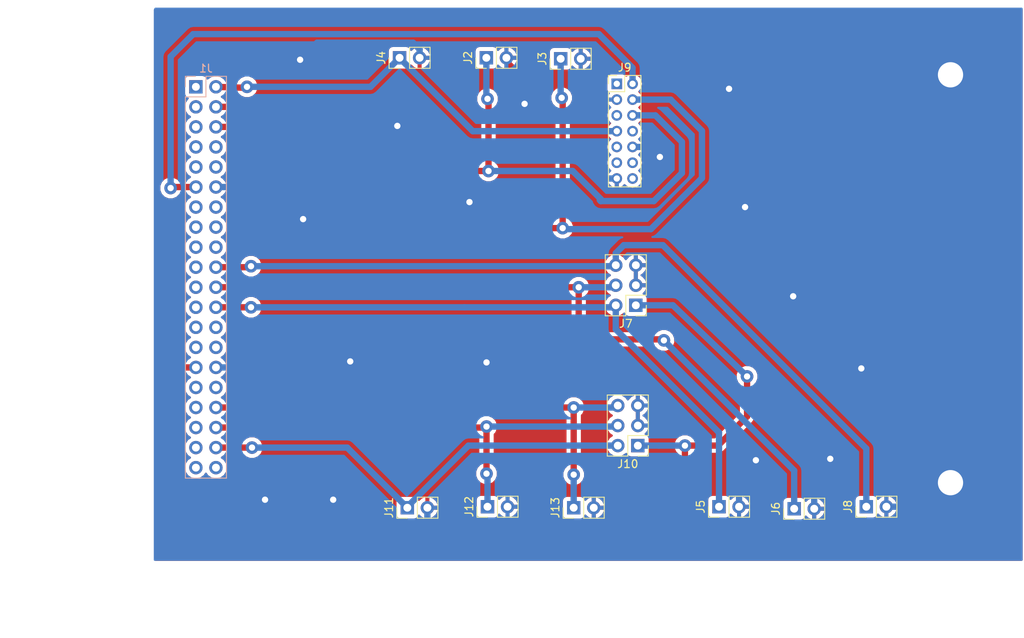
<source format=kicad_pcb>
(kicad_pcb (version 4) (host pcbnew 4.0.7)

  (general
    (links 38)
    (no_connects 0)
    (area 0 0 0 0)
    (thickness 1.6)
    (drawings 7)
    (tracks 190)
    (zones 0)
    (modules 13)
    (nets 47)
  )

  (page A4)
  (title_block
    (title "Mezzanine DE2-115 mono Accéléromètre")
    (date 2018-05-23)
    (rev 0.1)
    (company LPNHE)
  )

  (layers
    (0 F.Cu signal)
    (31 B.Cu signal)
    (32 B.Adhes user)
    (33 F.Adhes user)
    (34 B.Paste user)
    (35 F.Paste user)
    (36 B.SilkS user)
    (37 F.SilkS user)
    (38 B.Mask user)
    (39 F.Mask user)
    (40 Dwgs.User user)
    (41 Cmts.User user)
    (42 Eco1.User user)
    (43 Eco2.User user)
    (44 Edge.Cuts user)
    (45 Margin user)
    (46 B.CrtYd user)
    (47 F.CrtYd user)
    (48 B.Fab user)
    (49 F.Fab user)
  )

  (setup
    (last_trace_width 0.8)
    (user_trace_width 0.4)
    (user_trace_width 0.6)
    (user_trace_width 0.8)
    (trace_clearance 0.2)
    (zone_clearance 0.508)
    (zone_45_only yes)
    (trace_min 0.2)
    (segment_width 0.2)
    (edge_width 0.15)
    (via_size 0.6)
    (via_drill 0.4)
    (via_min_size 0.4)
    (via_min_drill 0.3)
    (user_via 1.6 0.8)
    (user_via 4.2 3.2)
    (uvia_size 0.3)
    (uvia_drill 0.1)
    (uvias_allowed no)
    (uvia_min_size 0.2)
    (uvia_min_drill 0.1)
    (pcb_text_width 0.3)
    (pcb_text_size 1.5 1.5)
    (mod_edge_width 0.15)
    (mod_text_size 1 1)
    (mod_text_width 0.15)
    (pad_size 1.524 1.524)
    (pad_drill 0.762)
    (pad_to_mask_clearance 0.2)
    (aux_axis_origin 0 0)
    (visible_elements 7FFFF7FF)
    (pcbplotparams
      (layerselection 0x00030_80000001)
      (usegerberextensions false)
      (excludeedgelayer true)
      (linewidth 0.100000)
      (plotframeref false)
      (viasonmask true)
      (mode 1)
      (useauxorigin false)
      (hpglpennumber 1)
      (hpglpenspeed 20)
      (hpglpendiameter 15)
      (hpglpenoverlay 2)
      (psnegative false)
      (psa4output false)
      (plotreference true)
      (plotvalue false)
      (plotinvisibletext false)
      (padsonsilk true)
      (subtractmaskfromsilk false)
      (outputformat 2)
      (mirror false)
      (drillshape 2)
      (scaleselection 1)
      (outputdirectory Docs/))
  )

  (net 0 "")
  (net 1 "Net-(J1-Pad1)")
  (net 2 GNDREF)
  (net 3 /DAC_CLK)
  (net 4 /DAC_MISO)
  (net 5 /DAC_CS)
  (net 6 "Net-(J1-Pad10)")
  (net 7 "/VDD(5V)")
  (net 8 "Net-(J1-Pad14)")
  (net 9 "Net-(J1-Pad15)")
  (net 10 "Net-(J1-Pad16)")
  (net 11 "Net-(J1-Pad17)")
  (net 12 "Net-(J1-Pad18)")
  (net 13 "Net-(J1-Pad19)")
  (net 14 "Net-(J1-Pad21)")
  (net 15 "Net-(J1-Pad23)")
  (net 16 "Net-(J1-Pad25)")
  (net 17 "Net-(J1-Pad26)")
  (net 18 "Net-(J1-Pad28)")
  (net 19 "/VDD(3.3V)")
  (net 20 "Net-(J1-Pad32)")
  (net 21 "Net-(J1-Pad33)")
  (net 22 "Net-(J1-Pad35)")
  (net 23 "Net-(J1-Pad37)")
  (net 24 "Net-(J1-Pad39)")
  (net 25 "Net-(J1-Pad40)")
  (net 26 "Net-(J9-Pad5)")
  (net 27 "Net-(J9-Pad9)")
  (net 28 "Net-(J9-Pad11)")
  (net 29 "Net-(J9-Pad12)")
  (net 30 "Net-(J9-Pad14)")
  (net 31 "Net-(J1-Pad13)")
  (net 32 "Net-(J1-Pad31)")
  (net 33 "Net-(J1-Pad9)")
  (net 34 "Net-(J1-Pad27)")
  (net 35 "Net-(J1-Pad5)")
  (net 36 "Net-(J9-Pad8)")
  (net 37 "Net-(J1-Pad3)")
  (net 38 "Net-(J1-Pad7)")
  (net 39 "Net-(J1-Pad8)")
  (net 40 /ACC_CS_1)
  (net 41 /ACC_CLK_1)
  (net 42 /ACC_MI/MO_1)
  (net 43 /ACC_CS_2)
  (net 44 /ACC_CLK_2)
  (net 45 /ACC_MI/MO_2)
  (net 46 "Net-(J9-Pad1)")

  (net_class Default "Ceci est la Netclass par défaut"
    (clearance 0.2)
    (trace_width 0.25)
    (via_dia 0.6)
    (via_drill 0.4)
    (uvia_dia 0.3)
    (uvia_drill 0.1)
    (add_net /ACC_CLK_1)
    (add_net /ACC_CLK_2)
    (add_net /ACC_CS_1)
    (add_net /ACC_CS_2)
    (add_net /ACC_MI/MO_1)
    (add_net /ACC_MI/MO_2)
    (add_net /DAC_CLK)
    (add_net /DAC_CS)
    (add_net /DAC_MISO)
    (add_net "/VDD(3.3V)")
    (add_net "/VDD(5V)")
    (add_net GNDREF)
    (add_net "Net-(J1-Pad1)")
    (add_net "Net-(J1-Pad10)")
    (add_net "Net-(J1-Pad13)")
    (add_net "Net-(J1-Pad14)")
    (add_net "Net-(J1-Pad15)")
    (add_net "Net-(J1-Pad16)")
    (add_net "Net-(J1-Pad17)")
    (add_net "Net-(J1-Pad18)")
    (add_net "Net-(J1-Pad19)")
    (add_net "Net-(J1-Pad21)")
    (add_net "Net-(J1-Pad23)")
    (add_net "Net-(J1-Pad25)")
    (add_net "Net-(J1-Pad26)")
    (add_net "Net-(J1-Pad27)")
    (add_net "Net-(J1-Pad28)")
    (add_net "Net-(J1-Pad3)")
    (add_net "Net-(J1-Pad31)")
    (add_net "Net-(J1-Pad32)")
    (add_net "Net-(J1-Pad33)")
    (add_net "Net-(J1-Pad35)")
    (add_net "Net-(J1-Pad37)")
    (add_net "Net-(J1-Pad39)")
    (add_net "Net-(J1-Pad40)")
    (add_net "Net-(J1-Pad5)")
    (add_net "Net-(J1-Pad7)")
    (add_net "Net-(J1-Pad8)")
    (add_net "Net-(J1-Pad9)")
    (add_net "Net-(J9-Pad1)")
    (add_net "Net-(J9-Pad11)")
    (add_net "Net-(J9-Pad12)")
    (add_net "Net-(J9-Pad14)")
    (add_net "Net-(J9-Pad5)")
    (add_net "Net-(J9-Pad8)")
    (add_net "Net-(J9-Pad9)")
  )

  (module Socket_Strips:Socket_Strip_Straight_2x20_Pitch2.54mm (layer B.Cu) (tedit 58CD544A) (tstamp 5B058549)
    (at 107.188 93.853 180)
    (descr "Through hole straight socket strip, 2x20, 2.54mm pitch, double rows")
    (tags "Through hole socket strip THT 2x20 2.54mm double row")
    (path /5B055C65)
    (fp_text reference J1 (at -1.27 2.33 180) (layer B.SilkS)
      (effects (font (size 1 1) (thickness 0.15)) (justify mirror))
    )
    (fp_text value Conn_02x20_Odd_Even (at -1.27 -50.59 180) (layer B.Fab)
      (effects (font (size 1 1) (thickness 0.15)) (justify mirror))
    )
    (fp_line (start -3.81 1.27) (end -3.81 -49.53) (layer B.Fab) (width 0.1))
    (fp_line (start -3.81 -49.53) (end 1.27 -49.53) (layer B.Fab) (width 0.1))
    (fp_line (start 1.27 -49.53) (end 1.27 1.27) (layer B.Fab) (width 0.1))
    (fp_line (start 1.27 1.27) (end -3.81 1.27) (layer B.Fab) (width 0.1))
    (fp_line (start 1.33 -1.27) (end 1.33 -49.59) (layer B.SilkS) (width 0.12))
    (fp_line (start 1.33 -49.59) (end -3.87 -49.59) (layer B.SilkS) (width 0.12))
    (fp_line (start -3.87 -49.59) (end -3.87 1.33) (layer B.SilkS) (width 0.12))
    (fp_line (start -3.87 1.33) (end -1.27 1.33) (layer B.SilkS) (width 0.12))
    (fp_line (start -1.27 1.33) (end -1.27 -1.27) (layer B.SilkS) (width 0.12))
    (fp_line (start -1.27 -1.27) (end 1.33 -1.27) (layer B.SilkS) (width 0.12))
    (fp_line (start 1.33 0) (end 1.33 1.33) (layer B.SilkS) (width 0.12))
    (fp_line (start 1.33 1.33) (end 0.06 1.33) (layer B.SilkS) (width 0.12))
    (fp_line (start -4.35 1.8) (end -4.35 -50.05) (layer B.CrtYd) (width 0.05))
    (fp_line (start -4.35 -50.05) (end 1.8 -50.05) (layer B.CrtYd) (width 0.05))
    (fp_line (start 1.8 -50.05) (end 1.8 1.8) (layer B.CrtYd) (width 0.05))
    (fp_line (start 1.8 1.8) (end -4.35 1.8) (layer B.CrtYd) (width 0.05))
    (fp_text user %R (at -1.27 2.33 180) (layer B.Fab)
      (effects (font (size 1 1) (thickness 0.15)) (justify mirror))
    )
    (pad 1 thru_hole rect (at 0 0 180) (size 1.7 1.7) (drill 1) (layers *.Cu *.Mask)
      (net 1 "Net-(J1-Pad1)"))
    (pad 2 thru_hole oval (at -2.54 0 180) (size 1.7 1.7) (drill 1) (layers *.Cu *.Mask)
      (net 4 /DAC_MISO))
    (pad 3 thru_hole oval (at 0 -2.54 180) (size 1.7 1.7) (drill 1) (layers *.Cu *.Mask)
      (net 37 "Net-(J1-Pad3)"))
    (pad 4 thru_hole oval (at -2.54 -2.54 180) (size 1.7 1.7) (drill 1) (layers *.Cu *.Mask)
      (net 5 /DAC_CS))
    (pad 5 thru_hole oval (at 0 -5.08 180) (size 1.7 1.7) (drill 1) (layers *.Cu *.Mask)
      (net 35 "Net-(J1-Pad5)"))
    (pad 6 thru_hole oval (at -2.54 -5.08 180) (size 1.7 1.7) (drill 1) (layers *.Cu *.Mask)
      (net 3 /DAC_CLK))
    (pad 7 thru_hole oval (at 0 -7.62 180) (size 1.7 1.7) (drill 1) (layers *.Cu *.Mask)
      (net 38 "Net-(J1-Pad7)"))
    (pad 8 thru_hole oval (at -2.54 -7.62 180) (size 1.7 1.7) (drill 1) (layers *.Cu *.Mask)
      (net 39 "Net-(J1-Pad8)"))
    (pad 9 thru_hole oval (at 0 -10.16 180) (size 1.7 1.7) (drill 1) (layers *.Cu *.Mask)
      (net 33 "Net-(J1-Pad9)"))
    (pad 10 thru_hole oval (at -2.54 -10.16 180) (size 1.7 1.7) (drill 1) (layers *.Cu *.Mask)
      (net 6 "Net-(J1-Pad10)"))
    (pad 11 thru_hole oval (at 0 -12.7 180) (size 1.7 1.7) (drill 1) (layers *.Cu *.Mask)
      (net 7 "/VDD(5V)"))
    (pad 12 thru_hole oval (at -2.54 -12.7 180) (size 1.7 1.7) (drill 1) (layers *.Cu *.Mask)
      (net 2 GNDREF))
    (pad 13 thru_hole oval (at 0 -15.24 180) (size 1.7 1.7) (drill 1) (layers *.Cu *.Mask)
      (net 31 "Net-(J1-Pad13)"))
    (pad 14 thru_hole oval (at -2.54 -15.24 180) (size 1.7 1.7) (drill 1) (layers *.Cu *.Mask)
      (net 8 "Net-(J1-Pad14)"))
    (pad 15 thru_hole oval (at 0 -17.78 180) (size 1.7 1.7) (drill 1) (layers *.Cu *.Mask)
      (net 9 "Net-(J1-Pad15)"))
    (pad 16 thru_hole oval (at -2.54 -17.78 180) (size 1.7 1.7) (drill 1) (layers *.Cu *.Mask)
      (net 10 "Net-(J1-Pad16)"))
    (pad 17 thru_hole oval (at 0 -20.32 180) (size 1.7 1.7) (drill 1) (layers *.Cu *.Mask)
      (net 11 "Net-(J1-Pad17)"))
    (pad 18 thru_hole oval (at -2.54 -20.32 180) (size 1.7 1.7) (drill 1) (layers *.Cu *.Mask)
      (net 12 "Net-(J1-Pad18)"))
    (pad 19 thru_hole oval (at 0 -22.86 180) (size 1.7 1.7) (drill 1) (layers *.Cu *.Mask)
      (net 13 "Net-(J1-Pad19)"))
    (pad 20 thru_hole oval (at -2.54 -22.86 180) (size 1.7 1.7) (drill 1) (layers *.Cu *.Mask)
      (net 42 /ACC_MI/MO_1))
    (pad 21 thru_hole oval (at 0 -25.4 180) (size 1.7 1.7) (drill 1) (layers *.Cu *.Mask)
      (net 14 "Net-(J1-Pad21)"))
    (pad 22 thru_hole oval (at -2.54 -25.4 180) (size 1.7 1.7) (drill 1) (layers *.Cu *.Mask)
      (net 41 /ACC_CLK_1))
    (pad 23 thru_hole oval (at 0 -27.94 180) (size 1.7 1.7) (drill 1) (layers *.Cu *.Mask)
      (net 15 "Net-(J1-Pad23)"))
    (pad 24 thru_hole oval (at -2.54 -27.94 180) (size 1.7 1.7) (drill 1) (layers *.Cu *.Mask)
      (net 40 /ACC_CS_1))
    (pad 25 thru_hole oval (at 0 -30.48 180) (size 1.7 1.7) (drill 1) (layers *.Cu *.Mask)
      (net 16 "Net-(J1-Pad25)"))
    (pad 26 thru_hole oval (at -2.54 -30.48 180) (size 1.7 1.7) (drill 1) (layers *.Cu *.Mask)
      (net 17 "Net-(J1-Pad26)"))
    (pad 27 thru_hole oval (at 0 -33.02 180) (size 1.7 1.7) (drill 1) (layers *.Cu *.Mask)
      (net 34 "Net-(J1-Pad27)"))
    (pad 28 thru_hole oval (at -2.54 -33.02 180) (size 1.7 1.7) (drill 1) (layers *.Cu *.Mask)
      (net 18 "Net-(J1-Pad28)"))
    (pad 29 thru_hole oval (at 0 -35.56 180) (size 1.7 1.7) (drill 1) (layers *.Cu *.Mask)
      (net 19 "/VDD(3.3V)"))
    (pad 30 thru_hole oval (at -2.54 -35.56 180) (size 1.7 1.7) (drill 1) (layers *.Cu *.Mask)
      (net 2 GNDREF))
    (pad 31 thru_hole oval (at 0 -38.1 180) (size 1.7 1.7) (drill 1) (layers *.Cu *.Mask)
      (net 32 "Net-(J1-Pad31)"))
    (pad 32 thru_hole oval (at -2.54 -38.1 180) (size 1.7 1.7) (drill 1) (layers *.Cu *.Mask)
      (net 20 "Net-(J1-Pad32)"))
    (pad 33 thru_hole oval (at 0 -40.64 180) (size 1.7 1.7) (drill 1) (layers *.Cu *.Mask)
      (net 21 "Net-(J1-Pad33)"))
    (pad 34 thru_hole oval (at -2.54 -40.64 180) (size 1.7 1.7) (drill 1) (layers *.Cu *.Mask)
      (net 45 /ACC_MI/MO_2))
    (pad 35 thru_hole oval (at 0 -43.18 180) (size 1.7 1.7) (drill 1) (layers *.Cu *.Mask)
      (net 22 "Net-(J1-Pad35)"))
    (pad 36 thru_hole oval (at -2.54 -43.18 180) (size 1.7 1.7) (drill 1) (layers *.Cu *.Mask)
      (net 44 /ACC_CLK_2))
    (pad 37 thru_hole oval (at 0 -45.72 180) (size 1.7 1.7) (drill 1) (layers *.Cu *.Mask)
      (net 23 "Net-(J1-Pad37)"))
    (pad 38 thru_hole oval (at -2.54 -45.72 180) (size 1.7 1.7) (drill 1) (layers *.Cu *.Mask)
      (net 43 /ACC_CS_2))
    (pad 39 thru_hole oval (at 0 -48.26 180) (size 1.7 1.7) (drill 1) (layers *.Cu *.Mask)
      (net 24 "Net-(J1-Pad39)"))
    (pad 40 thru_hole oval (at -2.54 -48.26 180) (size 1.7 1.7) (drill 1) (layers *.Cu *.Mask)
      (net 25 "Net-(J1-Pad40)"))
    (model ${KISYS3DMOD}/Socket_Strips.3dshapes/Socket_Strip_Straight_2x20_Pitch2.54mm.wrl
      (at (xyz -0.05 -0.95 0))
      (scale (xyz 1 1 1))
      (rotate (xyz 0 0 270))
    )
  )

  (module Pin_Headers:Pin_Header_Straight_2x03_Pitch2.54mm (layer F.Cu) (tedit 59650532) (tstamp 5B058553)
    (at 162.941 121.539 180)
    (descr "Through hole straight pin header, 2x03, 2.54mm pitch, double rows")
    (tags "Through hole pin header THT 2x03 2.54mm double row")
    (path /5B055D5D)
    (fp_text reference J7 (at 1.27 -2.33 180) (layer F.SilkS)
      (effects (font (size 1 1) (thickness 0.15)))
    )
    (fp_text value Conn_02x03_Odd_Even (at 1.27 7.41 180) (layer F.Fab)
      (effects (font (size 1 1) (thickness 0.15)))
    )
    (fp_line (start 0 -1.27) (end 3.81 -1.27) (layer F.Fab) (width 0.1))
    (fp_line (start 3.81 -1.27) (end 3.81 6.35) (layer F.Fab) (width 0.1))
    (fp_line (start 3.81 6.35) (end -1.27 6.35) (layer F.Fab) (width 0.1))
    (fp_line (start -1.27 6.35) (end -1.27 0) (layer F.Fab) (width 0.1))
    (fp_line (start -1.27 0) (end 0 -1.27) (layer F.Fab) (width 0.1))
    (fp_line (start -1.33 6.41) (end 3.87 6.41) (layer F.SilkS) (width 0.12))
    (fp_line (start -1.33 1.27) (end -1.33 6.41) (layer F.SilkS) (width 0.12))
    (fp_line (start 3.87 -1.33) (end 3.87 6.41) (layer F.SilkS) (width 0.12))
    (fp_line (start -1.33 1.27) (end 1.27 1.27) (layer F.SilkS) (width 0.12))
    (fp_line (start 1.27 1.27) (end 1.27 -1.33) (layer F.SilkS) (width 0.12))
    (fp_line (start 1.27 -1.33) (end 3.87 -1.33) (layer F.SilkS) (width 0.12))
    (fp_line (start -1.33 0) (end -1.33 -1.33) (layer F.SilkS) (width 0.12))
    (fp_line (start -1.33 -1.33) (end 0 -1.33) (layer F.SilkS) (width 0.12))
    (fp_line (start -1.8 -1.8) (end -1.8 6.85) (layer F.CrtYd) (width 0.05))
    (fp_line (start -1.8 6.85) (end 4.35 6.85) (layer F.CrtYd) (width 0.05))
    (fp_line (start 4.35 6.85) (end 4.35 -1.8) (layer F.CrtYd) (width 0.05))
    (fp_line (start 4.35 -1.8) (end -1.8 -1.8) (layer F.CrtYd) (width 0.05))
    (fp_text user %R (at 1.27 2.54 270) (layer F.Fab)
      (effects (font (size 1 1) (thickness 0.15)))
    )
    (pad 1 thru_hole rect (at 0 0 180) (size 1.7 1.7) (drill 1) (layers *.Cu *.Mask)
      (net 19 "/VDD(3.3V)"))
    (pad 2 thru_hole oval (at 2.54 0 180) (size 1.7 1.7) (drill 1) (layers *.Cu *.Mask)
      (net 40 /ACC_CS_1))
    (pad 3 thru_hole oval (at 0 2.54 180) (size 1.7 1.7) (drill 1) (layers *.Cu *.Mask)
      (net 2 GNDREF))
    (pad 4 thru_hole oval (at 2.54 2.54 180) (size 1.7 1.7) (drill 1) (layers *.Cu *.Mask)
      (net 41 /ACC_CLK_1))
    (pad 5 thru_hole oval (at 0 5.08 180) (size 1.7 1.7) (drill 1) (layers *.Cu *.Mask)
      (net 2 GNDREF))
    (pad 6 thru_hole oval (at 2.54 5.08 180) (size 1.7 1.7) (drill 1) (layers *.Cu *.Mask)
      (net 42 /ACC_MI/MO_1))
    (model ${KISYS3DMOD}/Pin_Headers.3dshapes/Pin_Header_Straight_2x03_Pitch2.54mm.wrl
      (at (xyz 0 0 0))
      (scale (xyz 1 1 1))
      (rotate (xyz 0 0 0))
    )
  )

  (module Pin_Headers:Pin_Header_Straight_1x02_Pitch2.54mm (layer F.Cu) (tedit 59650532) (tstamp 5B0585CC)
    (at 144 90.175 90)
    (descr "Through hole straight pin header, 1x02, 2.54mm pitch, single row")
    (tags "Through hole pin header THT 1x02 2.54mm single row")
    (path /5B05BD19)
    (fp_text reference J2 (at 0 -2.33 90) (layer F.SilkS)
      (effects (font (size 1 1) (thickness 0.15)))
    )
    (fp_text value Conn_01x02 (at 0 4.87 90) (layer F.Fab)
      (effects (font (size 1 1) (thickness 0.15)))
    )
    (fp_line (start -0.635 -1.27) (end 1.27 -1.27) (layer F.Fab) (width 0.1))
    (fp_line (start 1.27 -1.27) (end 1.27 3.81) (layer F.Fab) (width 0.1))
    (fp_line (start 1.27 3.81) (end -1.27 3.81) (layer F.Fab) (width 0.1))
    (fp_line (start -1.27 3.81) (end -1.27 -0.635) (layer F.Fab) (width 0.1))
    (fp_line (start -1.27 -0.635) (end -0.635 -1.27) (layer F.Fab) (width 0.1))
    (fp_line (start -1.33 3.87) (end 1.33 3.87) (layer F.SilkS) (width 0.12))
    (fp_line (start -1.33 1.27) (end -1.33 3.87) (layer F.SilkS) (width 0.12))
    (fp_line (start 1.33 1.27) (end 1.33 3.87) (layer F.SilkS) (width 0.12))
    (fp_line (start -1.33 1.27) (end 1.33 1.27) (layer F.SilkS) (width 0.12))
    (fp_line (start -1.33 0) (end -1.33 -1.33) (layer F.SilkS) (width 0.12))
    (fp_line (start -1.33 -1.33) (end 0 -1.33) (layer F.SilkS) (width 0.12))
    (fp_line (start -1.8 -1.8) (end -1.8 4.35) (layer F.CrtYd) (width 0.05))
    (fp_line (start -1.8 4.35) (end 1.8 4.35) (layer F.CrtYd) (width 0.05))
    (fp_line (start 1.8 4.35) (end 1.8 -1.8) (layer F.CrtYd) (width 0.05))
    (fp_line (start 1.8 -1.8) (end -1.8 -1.8) (layer F.CrtYd) (width 0.05))
    (fp_text user %R (at 0 1.27 180) (layer F.Fab)
      (effects (font (size 1 1) (thickness 0.15)))
    )
    (pad 1 thru_hole rect (at 0 0 90) (size 1.7 1.7) (drill 1) (layers *.Cu *.Mask)
      (net 5 /DAC_CS))
    (pad 2 thru_hole oval (at 0 2.54 90) (size 1.7 1.7) (drill 1) (layers *.Cu *.Mask)
      (net 2 GNDREF))
    (model ${KISYS3DMOD}/Pin_Headers.3dshapes/Pin_Header_Straight_1x02_Pitch2.54mm.wrl
      (at (xyz 0 0 0))
      (scale (xyz 1 1 1))
      (rotate (xyz 0 0 0))
    )
  )

  (module Pin_Headers:Pin_Header_Straight_1x02_Pitch2.54mm (layer F.Cu) (tedit 59650532) (tstamp 5B0585D2)
    (at 153.416 90.297 90)
    (descr "Through hole straight pin header, 1x02, 2.54mm pitch, single row")
    (tags "Through hole pin header THT 1x02 2.54mm single row")
    (path /5B05BDAA)
    (fp_text reference J3 (at 0 -2.33 90) (layer F.SilkS)
      (effects (font (size 1 1) (thickness 0.15)))
    )
    (fp_text value Conn_01x02 (at 0 4.87 90) (layer F.Fab)
      (effects (font (size 1 1) (thickness 0.15)))
    )
    (fp_line (start -0.635 -1.27) (end 1.27 -1.27) (layer F.Fab) (width 0.1))
    (fp_line (start 1.27 -1.27) (end 1.27 3.81) (layer F.Fab) (width 0.1))
    (fp_line (start 1.27 3.81) (end -1.27 3.81) (layer F.Fab) (width 0.1))
    (fp_line (start -1.27 3.81) (end -1.27 -0.635) (layer F.Fab) (width 0.1))
    (fp_line (start -1.27 -0.635) (end -0.635 -1.27) (layer F.Fab) (width 0.1))
    (fp_line (start -1.33 3.87) (end 1.33 3.87) (layer F.SilkS) (width 0.12))
    (fp_line (start -1.33 1.27) (end -1.33 3.87) (layer F.SilkS) (width 0.12))
    (fp_line (start 1.33 1.27) (end 1.33 3.87) (layer F.SilkS) (width 0.12))
    (fp_line (start -1.33 1.27) (end 1.33 1.27) (layer F.SilkS) (width 0.12))
    (fp_line (start -1.33 0) (end -1.33 -1.33) (layer F.SilkS) (width 0.12))
    (fp_line (start -1.33 -1.33) (end 0 -1.33) (layer F.SilkS) (width 0.12))
    (fp_line (start -1.8 -1.8) (end -1.8 4.35) (layer F.CrtYd) (width 0.05))
    (fp_line (start -1.8 4.35) (end 1.8 4.35) (layer F.CrtYd) (width 0.05))
    (fp_line (start 1.8 4.35) (end 1.8 -1.8) (layer F.CrtYd) (width 0.05))
    (fp_line (start 1.8 -1.8) (end -1.8 -1.8) (layer F.CrtYd) (width 0.05))
    (fp_text user %R (at 0 1.27 180) (layer F.Fab)
      (effects (font (size 1 1) (thickness 0.15)))
    )
    (pad 1 thru_hole rect (at 0 0 90) (size 1.7 1.7) (drill 1) (layers *.Cu *.Mask)
      (net 3 /DAC_CLK))
    (pad 2 thru_hole oval (at 0 2.54 90) (size 1.7 1.7) (drill 1) (layers *.Cu *.Mask)
      (net 2 GNDREF))
    (model ${KISYS3DMOD}/Pin_Headers.3dshapes/Pin_Header_Straight_1x02_Pitch2.54mm.wrl
      (at (xyz 0 0 0))
      (scale (xyz 1 1 1))
      (rotate (xyz 0 0 0))
    )
  )

  (module Pin_Headers:Pin_Header_Straight_1x02_Pitch2.54mm (layer F.Cu) (tedit 59650532) (tstamp 5B0585D8)
    (at 133 90.175 90)
    (descr "Through hole straight pin header, 1x02, 2.54mm pitch, single row")
    (tags "Through hole pin header THT 1x02 2.54mm single row")
    (path /5B05BDD3)
    (fp_text reference J4 (at 0 -2.33 90) (layer F.SilkS)
      (effects (font (size 1 1) (thickness 0.15)))
    )
    (fp_text value Conn_01x02 (at 0 4.87 90) (layer F.Fab)
      (effects (font (size 1 1) (thickness 0.15)))
    )
    (fp_line (start -0.635 -1.27) (end 1.27 -1.27) (layer F.Fab) (width 0.1))
    (fp_line (start 1.27 -1.27) (end 1.27 3.81) (layer F.Fab) (width 0.1))
    (fp_line (start 1.27 3.81) (end -1.27 3.81) (layer F.Fab) (width 0.1))
    (fp_line (start -1.27 3.81) (end -1.27 -0.635) (layer F.Fab) (width 0.1))
    (fp_line (start -1.27 -0.635) (end -0.635 -1.27) (layer F.Fab) (width 0.1))
    (fp_line (start -1.33 3.87) (end 1.33 3.87) (layer F.SilkS) (width 0.12))
    (fp_line (start -1.33 1.27) (end -1.33 3.87) (layer F.SilkS) (width 0.12))
    (fp_line (start 1.33 1.27) (end 1.33 3.87) (layer F.SilkS) (width 0.12))
    (fp_line (start -1.33 1.27) (end 1.33 1.27) (layer F.SilkS) (width 0.12))
    (fp_line (start -1.33 0) (end -1.33 -1.33) (layer F.SilkS) (width 0.12))
    (fp_line (start -1.33 -1.33) (end 0 -1.33) (layer F.SilkS) (width 0.12))
    (fp_line (start -1.8 -1.8) (end -1.8 4.35) (layer F.CrtYd) (width 0.05))
    (fp_line (start -1.8 4.35) (end 1.8 4.35) (layer F.CrtYd) (width 0.05))
    (fp_line (start 1.8 4.35) (end 1.8 -1.8) (layer F.CrtYd) (width 0.05))
    (fp_line (start 1.8 -1.8) (end -1.8 -1.8) (layer F.CrtYd) (width 0.05))
    (fp_text user %R (at 0 1.27 180) (layer F.Fab)
      (effects (font (size 1 1) (thickness 0.15)))
    )
    (pad 1 thru_hole rect (at 0 0 90) (size 1.7 1.7) (drill 1) (layers *.Cu *.Mask)
      (net 4 /DAC_MISO))
    (pad 2 thru_hole oval (at 0 2.54 90) (size 1.7 1.7) (drill 1) (layers *.Cu *.Mask)
      (net 2 GNDREF))
    (model ${KISYS3DMOD}/Pin_Headers.3dshapes/Pin_Header_Straight_1x02_Pitch2.54mm.wrl
      (at (xyz 0 0 0))
      (scale (xyz 1 1 1))
      (rotate (xyz 0 0 0))
    )
  )

  (module Pin_Headers:Pin_Header_Straight_1x02_Pitch2.54mm (layer F.Cu) (tedit 59650532) (tstamp 5B0585DE)
    (at 173.482 147.066 90)
    (descr "Through hole straight pin header, 1x02, 2.54mm pitch, single row")
    (tags "Through hole pin header THT 1x02 2.54mm single row")
    (path /5B05BDFB)
    (fp_text reference J5 (at 0 -2.33 90) (layer F.SilkS)
      (effects (font (size 1 1) (thickness 0.15)))
    )
    (fp_text value Conn_01x02 (at 0 4.87 90) (layer F.Fab)
      (effects (font (size 1 1) (thickness 0.15)))
    )
    (fp_line (start -0.635 -1.27) (end 1.27 -1.27) (layer F.Fab) (width 0.1))
    (fp_line (start 1.27 -1.27) (end 1.27 3.81) (layer F.Fab) (width 0.1))
    (fp_line (start 1.27 3.81) (end -1.27 3.81) (layer F.Fab) (width 0.1))
    (fp_line (start -1.27 3.81) (end -1.27 -0.635) (layer F.Fab) (width 0.1))
    (fp_line (start -1.27 -0.635) (end -0.635 -1.27) (layer F.Fab) (width 0.1))
    (fp_line (start -1.33 3.87) (end 1.33 3.87) (layer F.SilkS) (width 0.12))
    (fp_line (start -1.33 1.27) (end -1.33 3.87) (layer F.SilkS) (width 0.12))
    (fp_line (start 1.33 1.27) (end 1.33 3.87) (layer F.SilkS) (width 0.12))
    (fp_line (start -1.33 1.27) (end 1.33 1.27) (layer F.SilkS) (width 0.12))
    (fp_line (start -1.33 0) (end -1.33 -1.33) (layer F.SilkS) (width 0.12))
    (fp_line (start -1.33 -1.33) (end 0 -1.33) (layer F.SilkS) (width 0.12))
    (fp_line (start -1.8 -1.8) (end -1.8 4.35) (layer F.CrtYd) (width 0.05))
    (fp_line (start -1.8 4.35) (end 1.8 4.35) (layer F.CrtYd) (width 0.05))
    (fp_line (start 1.8 4.35) (end 1.8 -1.8) (layer F.CrtYd) (width 0.05))
    (fp_line (start 1.8 -1.8) (end -1.8 -1.8) (layer F.CrtYd) (width 0.05))
    (fp_text user %R (at 0 1.27 180) (layer F.Fab)
      (effects (font (size 1 1) (thickness 0.15)))
    )
    (pad 1 thru_hole rect (at 0 0 90) (size 1.7 1.7) (drill 1) (layers *.Cu *.Mask)
      (net 40 /ACC_CS_1))
    (pad 2 thru_hole oval (at 0 2.54 90) (size 1.7 1.7) (drill 1) (layers *.Cu *.Mask)
      (net 2 GNDREF))
    (model ${KISYS3DMOD}/Pin_Headers.3dshapes/Pin_Header_Straight_1x02_Pitch2.54mm.wrl
      (at (xyz 0 0 0))
      (scale (xyz 1 1 1))
      (rotate (xyz 0 0 0))
    )
  )

  (module Pin_Headers:Pin_Header_Straight_1x02_Pitch2.54mm (layer F.Cu) (tedit 59650532) (tstamp 5B0585E4)
    (at 183.007 147.32 90)
    (descr "Through hole straight pin header, 1x02, 2.54mm pitch, single row")
    (tags "Through hole pin header THT 1x02 2.54mm single row")
    (path /5B05BE28)
    (fp_text reference J6 (at 0 -2.33 90) (layer F.SilkS)
      (effects (font (size 1 1) (thickness 0.15)))
    )
    (fp_text value Conn_01x02 (at 0 4.87 90) (layer F.Fab)
      (effects (font (size 1 1) (thickness 0.15)))
    )
    (fp_line (start -0.635 -1.27) (end 1.27 -1.27) (layer F.Fab) (width 0.1))
    (fp_line (start 1.27 -1.27) (end 1.27 3.81) (layer F.Fab) (width 0.1))
    (fp_line (start 1.27 3.81) (end -1.27 3.81) (layer F.Fab) (width 0.1))
    (fp_line (start -1.27 3.81) (end -1.27 -0.635) (layer F.Fab) (width 0.1))
    (fp_line (start -1.27 -0.635) (end -0.635 -1.27) (layer F.Fab) (width 0.1))
    (fp_line (start -1.33 3.87) (end 1.33 3.87) (layer F.SilkS) (width 0.12))
    (fp_line (start -1.33 1.27) (end -1.33 3.87) (layer F.SilkS) (width 0.12))
    (fp_line (start 1.33 1.27) (end 1.33 3.87) (layer F.SilkS) (width 0.12))
    (fp_line (start -1.33 1.27) (end 1.33 1.27) (layer F.SilkS) (width 0.12))
    (fp_line (start -1.33 0) (end -1.33 -1.33) (layer F.SilkS) (width 0.12))
    (fp_line (start -1.33 -1.33) (end 0 -1.33) (layer F.SilkS) (width 0.12))
    (fp_line (start -1.8 -1.8) (end -1.8 4.35) (layer F.CrtYd) (width 0.05))
    (fp_line (start -1.8 4.35) (end 1.8 4.35) (layer F.CrtYd) (width 0.05))
    (fp_line (start 1.8 4.35) (end 1.8 -1.8) (layer F.CrtYd) (width 0.05))
    (fp_line (start 1.8 -1.8) (end -1.8 -1.8) (layer F.CrtYd) (width 0.05))
    (fp_text user %R (at 0 1.27 180) (layer F.Fab)
      (effects (font (size 1 1) (thickness 0.15)))
    )
    (pad 1 thru_hole rect (at 0 0 90) (size 1.7 1.7) (drill 1) (layers *.Cu *.Mask)
      (net 41 /ACC_CLK_1))
    (pad 2 thru_hole oval (at 0 2.54 90) (size 1.7 1.7) (drill 1) (layers *.Cu *.Mask)
      (net 2 GNDREF))
    (model ${KISYS3DMOD}/Pin_Headers.3dshapes/Pin_Header_Straight_1x02_Pitch2.54mm.wrl
      (at (xyz 0 0 0))
      (scale (xyz 1 1 1))
      (rotate (xyz 0 0 0))
    )
  )

  (module Pin_Headers:Pin_Header_Straight_1x02_Pitch2.54mm (layer F.Cu) (tedit 59650532) (tstamp 5B0585EA)
    (at 192.151 147.066 90)
    (descr "Through hole straight pin header, 1x02, 2.54mm pitch, single row")
    (tags "Through hole pin header THT 1x02 2.54mm single row")
    (path /5B05BE56)
    (fp_text reference J8 (at 0 -2.33 90) (layer F.SilkS)
      (effects (font (size 1 1) (thickness 0.15)))
    )
    (fp_text value Conn_01x02 (at 0 4.87 90) (layer F.Fab)
      (effects (font (size 1 1) (thickness 0.15)))
    )
    (fp_line (start -0.635 -1.27) (end 1.27 -1.27) (layer F.Fab) (width 0.1))
    (fp_line (start 1.27 -1.27) (end 1.27 3.81) (layer F.Fab) (width 0.1))
    (fp_line (start 1.27 3.81) (end -1.27 3.81) (layer F.Fab) (width 0.1))
    (fp_line (start -1.27 3.81) (end -1.27 -0.635) (layer F.Fab) (width 0.1))
    (fp_line (start -1.27 -0.635) (end -0.635 -1.27) (layer F.Fab) (width 0.1))
    (fp_line (start -1.33 3.87) (end 1.33 3.87) (layer F.SilkS) (width 0.12))
    (fp_line (start -1.33 1.27) (end -1.33 3.87) (layer F.SilkS) (width 0.12))
    (fp_line (start 1.33 1.27) (end 1.33 3.87) (layer F.SilkS) (width 0.12))
    (fp_line (start -1.33 1.27) (end 1.33 1.27) (layer F.SilkS) (width 0.12))
    (fp_line (start -1.33 0) (end -1.33 -1.33) (layer F.SilkS) (width 0.12))
    (fp_line (start -1.33 -1.33) (end 0 -1.33) (layer F.SilkS) (width 0.12))
    (fp_line (start -1.8 -1.8) (end -1.8 4.35) (layer F.CrtYd) (width 0.05))
    (fp_line (start -1.8 4.35) (end 1.8 4.35) (layer F.CrtYd) (width 0.05))
    (fp_line (start 1.8 4.35) (end 1.8 -1.8) (layer F.CrtYd) (width 0.05))
    (fp_line (start 1.8 -1.8) (end -1.8 -1.8) (layer F.CrtYd) (width 0.05))
    (fp_text user %R (at 0 1.27 180) (layer F.Fab)
      (effects (font (size 1 1) (thickness 0.15)))
    )
    (pad 1 thru_hole rect (at 0 0 90) (size 1.7 1.7) (drill 1) (layers *.Cu *.Mask)
      (net 42 /ACC_MI/MO_1))
    (pad 2 thru_hole oval (at 0 2.54 90) (size 1.7 1.7) (drill 1) (layers *.Cu *.Mask)
      (net 2 GNDREF))
    (model ${KISYS3DMOD}/Pin_Headers.3dshapes/Pin_Header_Straight_1x02_Pitch2.54mm.wrl
      (at (xyz 0 0 0))
      (scale (xyz 1 1 1))
      (rotate (xyz 0 0 0))
    )
  )

  (module Pin_Headers:Pin_Header_Straight_2x07_Pitch2.00mm (layer F.Cu) (tedit 59650534) (tstamp 5B0587DD)
    (at 160.528 93.472)
    (descr "Through hole straight pin header, 2x07, 2.00mm pitch, double rows")
    (tags "Through hole pin header THT 2x07 2.00mm double row")
    (path /5B05C4A6)
    (fp_text reference J9 (at 1 -2.06) (layer F.SilkS)
      (effects (font (size 1 1) (thickness 0.15)))
    )
    (fp_text value Conn_02x07_Odd_Even (at 1 14.06) (layer F.Fab)
      (effects (font (size 1 1) (thickness 0.15)))
    )
    (fp_line (start 0 -1) (end 3 -1) (layer F.Fab) (width 0.1))
    (fp_line (start 3 -1) (end 3 13) (layer F.Fab) (width 0.1))
    (fp_line (start 3 13) (end -1 13) (layer F.Fab) (width 0.1))
    (fp_line (start -1 13) (end -1 0) (layer F.Fab) (width 0.1))
    (fp_line (start -1 0) (end 0 -1) (layer F.Fab) (width 0.1))
    (fp_line (start -1.06 13.06) (end 3.06 13.06) (layer F.SilkS) (width 0.12))
    (fp_line (start -1.06 1) (end -1.06 13.06) (layer F.SilkS) (width 0.12))
    (fp_line (start 3.06 -1.06) (end 3.06 13.06) (layer F.SilkS) (width 0.12))
    (fp_line (start -1.06 1) (end 1 1) (layer F.SilkS) (width 0.12))
    (fp_line (start 1 1) (end 1 -1.06) (layer F.SilkS) (width 0.12))
    (fp_line (start 1 -1.06) (end 3.06 -1.06) (layer F.SilkS) (width 0.12))
    (fp_line (start -1.06 0) (end -1.06 -1.06) (layer F.SilkS) (width 0.12))
    (fp_line (start -1.06 -1.06) (end 0 -1.06) (layer F.SilkS) (width 0.12))
    (fp_line (start -1.5 -1.5) (end -1.5 13.5) (layer F.CrtYd) (width 0.05))
    (fp_line (start -1.5 13.5) (end 3.5 13.5) (layer F.CrtYd) (width 0.05))
    (fp_line (start 3.5 13.5) (end 3.5 -1.5) (layer F.CrtYd) (width 0.05))
    (fp_line (start 3.5 -1.5) (end -1.5 -1.5) (layer F.CrtYd) (width 0.05))
    (fp_text user %R (at 1 6 90) (layer F.Fab)
      (effects (font (size 1 1) (thickness 0.15)))
    )
    (pad 1 thru_hole rect (at 0 0) (size 1.35 1.35) (drill 0.8) (layers *.Cu *.Mask)
      (net 46 "Net-(J9-Pad1)"))
    (pad 2 thru_hole oval (at 2 0) (size 1.35 1.35) (drill 0.8) (layers *.Cu *.Mask)
      (net 7 "/VDD(5V)"))
    (pad 3 thru_hole oval (at 0 2) (size 1.35 1.35) (drill 0.8) (layers *.Cu *.Mask)
      (net 2 GNDREF))
    (pad 4 thru_hole oval (at 2 2) (size 1.35 1.35) (drill 0.8) (layers *.Cu *.Mask)
      (net 3 /DAC_CLK))
    (pad 5 thru_hole oval (at 0 4) (size 1.35 1.35) (drill 0.8) (layers *.Cu *.Mask)
      (net 26 "Net-(J9-Pad5)"))
    (pad 6 thru_hole oval (at 2 4) (size 1.35 1.35) (drill 0.8) (layers *.Cu *.Mask)
      (net 5 /DAC_CS))
    (pad 7 thru_hole oval (at 0 6) (size 1.35 1.35) (drill 0.8) (layers *.Cu *.Mask)
      (net 4 /DAC_MISO))
    (pad 8 thru_hole oval (at 2 6) (size 1.35 1.35) (drill 0.8) (layers *.Cu *.Mask)
      (net 36 "Net-(J9-Pad8)"))
    (pad 9 thru_hole oval (at 0 8) (size 1.35 1.35) (drill 0.8) (layers *.Cu *.Mask)
      (net 27 "Net-(J9-Pad9)"))
    (pad 10 thru_hole oval (at 2 8) (size 1.35 1.35) (drill 0.8) (layers *.Cu *.Mask)
      (net 2 GNDREF))
    (pad 11 thru_hole oval (at 0 10) (size 1.35 1.35) (drill 0.8) (layers *.Cu *.Mask)
      (net 28 "Net-(J9-Pad11)"))
    (pad 12 thru_hole oval (at 2 10) (size 1.35 1.35) (drill 0.8) (layers *.Cu *.Mask)
      (net 29 "Net-(J9-Pad12)"))
    (pad 13 thru_hole oval (at 0 12) (size 1.35 1.35) (drill 0.8) (layers *.Cu *.Mask)
      (net 2 GNDREF))
    (pad 14 thru_hole oval (at 2 12) (size 1.35 1.35) (drill 0.8) (layers *.Cu *.Mask)
      (net 30 "Net-(J9-Pad14)"))
    (model ${KISYS3DMOD}/Pin_Headers.3dshapes/Pin_Header_Straight_2x07_Pitch2.00mm.wrl
      (at (xyz 0 0 0))
      (scale (xyz 1 1 1))
      (rotate (xyz 0 0 0))
    )
  )

  (module Pin_Headers:Pin_Header_Straight_2x03_Pitch2.54mm (layer F.Cu) (tedit 59650532) (tstamp 5B0590CC)
    (at 163.195 139.319 180)
    (descr "Through hole straight pin header, 2x03, 2.54mm pitch, double rows")
    (tags "Through hole pin header THT 2x03 2.54mm double row")
    (path /5B05CF34)
    (fp_text reference J10 (at 1.27 -2.33 180) (layer F.SilkS)
      (effects (font (size 1 1) (thickness 0.15)))
    )
    (fp_text value Conn_02x03_Odd_Even (at 1.27 7.41 180) (layer F.Fab)
      (effects (font (size 1 1) (thickness 0.15)))
    )
    (fp_line (start 0 -1.27) (end 3.81 -1.27) (layer F.Fab) (width 0.1))
    (fp_line (start 3.81 -1.27) (end 3.81 6.35) (layer F.Fab) (width 0.1))
    (fp_line (start 3.81 6.35) (end -1.27 6.35) (layer F.Fab) (width 0.1))
    (fp_line (start -1.27 6.35) (end -1.27 0) (layer F.Fab) (width 0.1))
    (fp_line (start -1.27 0) (end 0 -1.27) (layer F.Fab) (width 0.1))
    (fp_line (start -1.33 6.41) (end 3.87 6.41) (layer F.SilkS) (width 0.12))
    (fp_line (start -1.33 1.27) (end -1.33 6.41) (layer F.SilkS) (width 0.12))
    (fp_line (start 3.87 -1.33) (end 3.87 6.41) (layer F.SilkS) (width 0.12))
    (fp_line (start -1.33 1.27) (end 1.27 1.27) (layer F.SilkS) (width 0.12))
    (fp_line (start 1.27 1.27) (end 1.27 -1.33) (layer F.SilkS) (width 0.12))
    (fp_line (start 1.27 -1.33) (end 3.87 -1.33) (layer F.SilkS) (width 0.12))
    (fp_line (start -1.33 0) (end -1.33 -1.33) (layer F.SilkS) (width 0.12))
    (fp_line (start -1.33 -1.33) (end 0 -1.33) (layer F.SilkS) (width 0.12))
    (fp_line (start -1.8 -1.8) (end -1.8 6.85) (layer F.CrtYd) (width 0.05))
    (fp_line (start -1.8 6.85) (end 4.35 6.85) (layer F.CrtYd) (width 0.05))
    (fp_line (start 4.35 6.85) (end 4.35 -1.8) (layer F.CrtYd) (width 0.05))
    (fp_line (start 4.35 -1.8) (end -1.8 -1.8) (layer F.CrtYd) (width 0.05))
    (fp_text user %R (at 1.27 2.54 270) (layer F.Fab)
      (effects (font (size 1 1) (thickness 0.15)))
    )
    (pad 1 thru_hole rect (at 0 0 180) (size 1.7 1.7) (drill 1) (layers *.Cu *.Mask)
      (net 19 "/VDD(3.3V)"))
    (pad 2 thru_hole oval (at 2.54 0 180) (size 1.7 1.7) (drill 1) (layers *.Cu *.Mask)
      (net 43 /ACC_CS_2))
    (pad 3 thru_hole oval (at 0 2.54 180) (size 1.7 1.7) (drill 1) (layers *.Cu *.Mask)
      (net 2 GNDREF))
    (pad 4 thru_hole oval (at 2.54 2.54 180) (size 1.7 1.7) (drill 1) (layers *.Cu *.Mask)
      (net 44 /ACC_CLK_2))
    (pad 5 thru_hole oval (at 0 5.08 180) (size 1.7 1.7) (drill 1) (layers *.Cu *.Mask)
      (net 2 GNDREF))
    (pad 6 thru_hole oval (at 2.54 5.08 180) (size 1.7 1.7) (drill 1) (layers *.Cu *.Mask)
      (net 45 /ACC_MI/MO_2))
    (model ${KISYS3DMOD}/Pin_Headers.3dshapes/Pin_Header_Straight_2x03_Pitch2.54mm.wrl
      (at (xyz 0 0 0))
      (scale (xyz 1 1 1))
      (rotate (xyz 0 0 0))
    )
  )

  (module Pin_Headers:Pin_Header_Straight_1x02_Pitch2.54mm (layer F.Cu) (tedit 59650532) (tstamp 5B059360)
    (at 133.985 147.193 90)
    (descr "Through hole straight pin header, 1x02, 2.54mm pitch, single row")
    (tags "Through hole pin header THT 1x02 2.54mm single row")
    (path /5B05DB83)
    (fp_text reference J11 (at 0 -2.33 90) (layer F.SilkS)
      (effects (font (size 1 1) (thickness 0.15)))
    )
    (fp_text value Conn_01x02 (at 0 4.87 90) (layer F.Fab)
      (effects (font (size 1 1) (thickness 0.15)))
    )
    (fp_line (start -0.635 -1.27) (end 1.27 -1.27) (layer F.Fab) (width 0.1))
    (fp_line (start 1.27 -1.27) (end 1.27 3.81) (layer F.Fab) (width 0.1))
    (fp_line (start 1.27 3.81) (end -1.27 3.81) (layer F.Fab) (width 0.1))
    (fp_line (start -1.27 3.81) (end -1.27 -0.635) (layer F.Fab) (width 0.1))
    (fp_line (start -1.27 -0.635) (end -0.635 -1.27) (layer F.Fab) (width 0.1))
    (fp_line (start -1.33 3.87) (end 1.33 3.87) (layer F.SilkS) (width 0.12))
    (fp_line (start -1.33 1.27) (end -1.33 3.87) (layer F.SilkS) (width 0.12))
    (fp_line (start 1.33 1.27) (end 1.33 3.87) (layer F.SilkS) (width 0.12))
    (fp_line (start -1.33 1.27) (end 1.33 1.27) (layer F.SilkS) (width 0.12))
    (fp_line (start -1.33 0) (end -1.33 -1.33) (layer F.SilkS) (width 0.12))
    (fp_line (start -1.33 -1.33) (end 0 -1.33) (layer F.SilkS) (width 0.12))
    (fp_line (start -1.8 -1.8) (end -1.8 4.35) (layer F.CrtYd) (width 0.05))
    (fp_line (start -1.8 4.35) (end 1.8 4.35) (layer F.CrtYd) (width 0.05))
    (fp_line (start 1.8 4.35) (end 1.8 -1.8) (layer F.CrtYd) (width 0.05))
    (fp_line (start 1.8 -1.8) (end -1.8 -1.8) (layer F.CrtYd) (width 0.05))
    (fp_text user %R (at 0 1.27 180) (layer F.Fab)
      (effects (font (size 1 1) (thickness 0.15)))
    )
    (pad 1 thru_hole rect (at 0 0 90) (size 1.7 1.7) (drill 1) (layers *.Cu *.Mask)
      (net 43 /ACC_CS_2))
    (pad 2 thru_hole oval (at 0 2.54 90) (size 1.7 1.7) (drill 1) (layers *.Cu *.Mask)
      (net 2 GNDREF))
    (model ${KISYS3DMOD}/Pin_Headers.3dshapes/Pin_Header_Straight_1x02_Pitch2.54mm.wrl
      (at (xyz 0 0 0))
      (scale (xyz 1 1 1))
      (rotate (xyz 0 0 0))
    )
  )

  (module Pin_Headers:Pin_Header_Straight_1x02_Pitch2.54mm (layer F.Cu) (tedit 59650532) (tstamp 5B059366)
    (at 144.145 147.066 90)
    (descr "Through hole straight pin header, 1x02, 2.54mm pitch, single row")
    (tags "Through hole pin header THT 1x02 2.54mm single row")
    (path /5B05DB89)
    (fp_text reference J12 (at 0 -2.33 90) (layer F.SilkS)
      (effects (font (size 1 1) (thickness 0.15)))
    )
    (fp_text value Conn_01x02 (at 0 4.87 90) (layer F.Fab)
      (effects (font (size 1 1) (thickness 0.15)))
    )
    (fp_line (start -0.635 -1.27) (end 1.27 -1.27) (layer F.Fab) (width 0.1))
    (fp_line (start 1.27 -1.27) (end 1.27 3.81) (layer F.Fab) (width 0.1))
    (fp_line (start 1.27 3.81) (end -1.27 3.81) (layer F.Fab) (width 0.1))
    (fp_line (start -1.27 3.81) (end -1.27 -0.635) (layer F.Fab) (width 0.1))
    (fp_line (start -1.27 -0.635) (end -0.635 -1.27) (layer F.Fab) (width 0.1))
    (fp_line (start -1.33 3.87) (end 1.33 3.87) (layer F.SilkS) (width 0.12))
    (fp_line (start -1.33 1.27) (end -1.33 3.87) (layer F.SilkS) (width 0.12))
    (fp_line (start 1.33 1.27) (end 1.33 3.87) (layer F.SilkS) (width 0.12))
    (fp_line (start -1.33 1.27) (end 1.33 1.27) (layer F.SilkS) (width 0.12))
    (fp_line (start -1.33 0) (end -1.33 -1.33) (layer F.SilkS) (width 0.12))
    (fp_line (start -1.33 -1.33) (end 0 -1.33) (layer F.SilkS) (width 0.12))
    (fp_line (start -1.8 -1.8) (end -1.8 4.35) (layer F.CrtYd) (width 0.05))
    (fp_line (start -1.8 4.35) (end 1.8 4.35) (layer F.CrtYd) (width 0.05))
    (fp_line (start 1.8 4.35) (end 1.8 -1.8) (layer F.CrtYd) (width 0.05))
    (fp_line (start 1.8 -1.8) (end -1.8 -1.8) (layer F.CrtYd) (width 0.05))
    (fp_text user %R (at 0 1.27 180) (layer F.Fab)
      (effects (font (size 1 1) (thickness 0.15)))
    )
    (pad 1 thru_hole rect (at 0 0 90) (size 1.7 1.7) (drill 1) (layers *.Cu *.Mask)
      (net 44 /ACC_CLK_2))
    (pad 2 thru_hole oval (at 0 2.54 90) (size 1.7 1.7) (drill 1) (layers *.Cu *.Mask)
      (net 2 GNDREF))
    (model ${KISYS3DMOD}/Pin_Headers.3dshapes/Pin_Header_Straight_1x02_Pitch2.54mm.wrl
      (at (xyz 0 0 0))
      (scale (xyz 1 1 1))
      (rotate (xyz 0 0 0))
    )
  )

  (module Pin_Headers:Pin_Header_Straight_1x02_Pitch2.54mm (layer F.Cu) (tedit 59650532) (tstamp 5B05936C)
    (at 155.067 147.193 90)
    (descr "Through hole straight pin header, 1x02, 2.54mm pitch, single row")
    (tags "Through hole pin header THT 1x02 2.54mm single row")
    (path /5B05DB8F)
    (fp_text reference J13 (at 0 -2.33 90) (layer F.SilkS)
      (effects (font (size 1 1) (thickness 0.15)))
    )
    (fp_text value Conn_01x02 (at 0 4.87 90) (layer F.Fab)
      (effects (font (size 1 1) (thickness 0.15)))
    )
    (fp_line (start -0.635 -1.27) (end 1.27 -1.27) (layer F.Fab) (width 0.1))
    (fp_line (start 1.27 -1.27) (end 1.27 3.81) (layer F.Fab) (width 0.1))
    (fp_line (start 1.27 3.81) (end -1.27 3.81) (layer F.Fab) (width 0.1))
    (fp_line (start -1.27 3.81) (end -1.27 -0.635) (layer F.Fab) (width 0.1))
    (fp_line (start -1.27 -0.635) (end -0.635 -1.27) (layer F.Fab) (width 0.1))
    (fp_line (start -1.33 3.87) (end 1.33 3.87) (layer F.SilkS) (width 0.12))
    (fp_line (start -1.33 1.27) (end -1.33 3.87) (layer F.SilkS) (width 0.12))
    (fp_line (start 1.33 1.27) (end 1.33 3.87) (layer F.SilkS) (width 0.12))
    (fp_line (start -1.33 1.27) (end 1.33 1.27) (layer F.SilkS) (width 0.12))
    (fp_line (start -1.33 0) (end -1.33 -1.33) (layer F.SilkS) (width 0.12))
    (fp_line (start -1.33 -1.33) (end 0 -1.33) (layer F.SilkS) (width 0.12))
    (fp_line (start -1.8 -1.8) (end -1.8 4.35) (layer F.CrtYd) (width 0.05))
    (fp_line (start -1.8 4.35) (end 1.8 4.35) (layer F.CrtYd) (width 0.05))
    (fp_line (start 1.8 4.35) (end 1.8 -1.8) (layer F.CrtYd) (width 0.05))
    (fp_line (start 1.8 -1.8) (end -1.8 -1.8) (layer F.CrtYd) (width 0.05))
    (fp_text user %R (at 0 1.27 180) (layer F.Fab)
      (effects (font (size 1 1) (thickness 0.15)))
    )
    (pad 1 thru_hole rect (at 0 0 90) (size 1.7 1.7) (drill 1) (layers *.Cu *.Mask)
      (net 45 /ACC_MI/MO_2))
    (pad 2 thru_hole oval (at 0 2.54 90) (size 1.7 1.7) (drill 1) (layers *.Cu *.Mask)
      (net 2 GNDREF))
    (model ${KISYS3DMOD}/Pin_Headers.3dshapes/Pin_Header_Straight_1x02_Pitch2.54mm.wrl
      (at (xyz 0 0 0))
      (scale (xyz 1 1 1))
      (rotate (xyz 0 0 0))
    )
  )

  (gr_line (start 102 84) (end 102 154) (angle 90) (layer F.Fab) (width 0.2))
  (dimension 110 (width 0.3) (layer F.Fab)
    (gr_text "110,000 mm" (at 157 164.35) (layer F.Fab)
      (effects (font (size 1.5 1.5) (thickness 0.3)))
    )
    (feature1 (pts (xy 212 160) (xy 212 165.7)))
    (feature2 (pts (xy 102 160) (xy 102 165.7)))
    (crossbar (pts (xy 102 163) (xy 212 163)))
    (arrow1a (pts (xy 212 163) (xy 210.873496 163.586421)))
    (arrow1b (pts (xy 212 163) (xy 210.873496 162.413579)))
    (arrow2a (pts (xy 102 163) (xy 103.126504 163.586421)))
    (arrow2b (pts (xy 102 163) (xy 103.126504 162.413579)))
  )
  (gr_line (start 212 84) (end 102 84) (angle 90) (layer F.Fab) (width 0.2))
  (gr_line (start 212 154) (end 212 84) (angle 90) (layer F.Fab) (width 0.2))
  (gr_line (start 102 154) (end 212 154) (angle 90) (layer F.Fab) (width 0.2))
  (dimension 20 (width 0.3) (layer F.Fab)
    (gr_text "20,000 mm" (at 122 142) (layer F.Fab)
      (effects (font (size 1.5 1.5) (thickness 0.3)))
    )
    (feature1 (pts (xy 132 143) (xy 132 142)))
    (feature2 (pts (xy 112 143) (xy 112 142)))
    (crossbar (pts (xy 112 142) (xy 132 142)))
    (arrow1a (pts (xy 132 142) (xy 130.873496 142.586421)))
    (arrow1b (pts (xy 132 142) (xy 130.873496 141.413579)))
    (arrow2a (pts (xy 112 142) (xy 113.126504 142.586421)))
    (arrow2b (pts (xy 112 142) (xy 113.126504 141.413579)))
  )
  (dimension 70 (width 0.3) (layer F.Fab)
    (gr_text "70,000 mm" (at 88.65 118 90) (layer F.Fab)
      (effects (font (size 1.5 1.5) (thickness 0.3)))
    )
    (feature1 (pts (xy 96 83) (xy 87.3 83)))
    (feature2 (pts (xy 96 153) (xy 87.3 153)))
    (crossbar (pts (xy 90 153) (xy 90 83)))
    (arrow1a (pts (xy 90 83) (xy 90.586421 84.126504)))
    (arrow1b (pts (xy 90 83) (xy 89.413579 84.126504)))
    (arrow2a (pts (xy 90 153) (xy 90.586421 151.873496)))
    (arrow2b (pts (xy 90 153) (xy 89.413579 151.873496)))
  )

  (segment (start 191.516 129.032) (end 191.516 129.54) (width 0.8) (layer F.Cu) (net 2) (tstamp 5B06748D))
  (via (at 191.516 129.54) (size 1.6) (drill 0.8) (layers F.Cu B.Cu) (net 2))
  (via (at 202.819 92.329) (size 4.2) (drill 3.2) (layers F.Cu B.Cu) (net 2))
  (via (at 174.752 94.107) (size 1.6) (drill 0.8) (layers F.Cu B.Cu) (net 2))
  (via (at 176.784 109.093) (size 1.6) (drill 0.8) (layers F.Cu B.Cu) (net 2))
  (via (at 182.88 120.396) (size 1.6) (drill 0.8) (layers F.Cu B.Cu) (net 2))
  (segment (start 202.819 92.329) (end 201.041 94.107) (width 0.8) (layer B.Cu) (net 2) (tstamp 5B067482))
  (segment (start 201.041 94.107) (end 174.752 94.107) (width 0.8) (layer B.Cu) (net 2) (tstamp 5B067483))
  (segment (start 174.752 94.107) (end 176.784 96.139) (width 0.8) (layer F.Cu) (net 2) (tstamp 5B067485))
  (segment (start 176.784 96.139) (end 176.784 109.093) (width 0.8) (layer F.Cu) (net 2) (tstamp 5B067486))
  (segment (start 182.88 115.189) (end 182.88 120.396) (width 0.8) (layer B.Cu) (net 2) (tstamp 5B067489))
  (segment (start 176.784 109.093) (end 182.88 115.189) (width 0.8) (layer B.Cu) (net 2) (tstamp 5B067488))
  (segment (start 182.88 120.396) (end 191.516 129.032) (width 0.8) (layer F.Cu) (net 2) (tstamp 5B06748C))
  (segment (start 202.819 144.018) (end 202.819 92.329) (width 0.8) (layer F.Cu) (net 2) (tstamp 5B067479))
  (segment (start 194.691 147.066) (end 200.279 147.066) (width 0.8) (layer B.Cu) (net 2))
  (segment (start 200.279 147.066) (end 202.819 144.526) (width 0.8) (layer B.Cu) (net 2) (tstamp 5B06746C))
  (segment (start 202.819 144.526) (end 202.819 144.018) (width 0.8) (layer B.Cu) (net 2) (tstamp 5B067476))
  (via (at 202.819 144.018) (size 4.2) (drill 3.2) (layers F.Cu B.Cu) (net 2))
  (via (at 120.777 110.617) (size 1.6) (drill 0.8) (layers F.Cu B.Cu) (net 2))
  (segment (start 109.728 106.553) (end 116.713 106.553) (width 0.8) (layer B.Cu) (net 2))
  (segment (start 116.713 106.553) (end 120.777 110.617) (width 0.8) (layer B.Cu) (net 2) (tstamp 5B0674CD))
  (via (at 144.018 128.778) (size 1.6) (drill 0.8) (layers F.Cu B.Cu) (net 2))
  (segment (start 109.728 129.413) (end 125.984 129.413) (width 0.8) (layer B.Cu) (net 2))
  (segment (start 126.746 128.651) (end 126.873 128.778) (width 0.8) (layer F.Cu) (net 2) (tstamp 5B0674C3))
  (segment (start 125.984 129.413) (end 126.746 128.651) (width 0.8) (layer B.Cu) (net 2) (tstamp 5B0674BF))
  (via (at 126.746 128.651) (size 1.6) (drill 0.8) (layers F.Cu B.Cu) (net 2))
  (segment (start 126.873 128.778) (end 144.018 128.778) (width 0.8) (layer F.Cu) (net 2) (tstamp 5B0674C4))
  (via (at 115.951 146.177) (size 1.6) (drill 0.8) (layers F.Cu B.Cu) (net 2))
  (segment (start 136.525 147.193) (end 136.525 148.971) (width 0.8) (layer B.Cu) (net 2))
  (segment (start 136.525 148.971) (end 136.017 149.479) (width 0.8) (layer B.Cu) (net 2) (tstamp 5B0674A8))
  (segment (start 136.017 149.479) (end 127.889 149.479) (width 0.8) (layer B.Cu) (net 2) (tstamp 5B0674AA))
  (segment (start 127.889 149.479) (end 124.587 146.177) (width 0.8) (layer B.Cu) (net 2) (tstamp 5B0674AC))
  (segment (start 124.587 146.177) (end 115.951 146.177) (width 0.8) (layer F.Cu) (net 2) (tstamp 5B0674B2))
  (via (at 124.587 146.177) (size 1.6) (drill 0.8) (layers F.Cu B.Cu) (net 2))
  (via (at 132.715 98.806) (size 1.6) (drill 0.8) (layers F.Cu B.Cu) (net 2))
  (segment (start 160.528 105.472) (end 158.812 105.472) (width 0.8) (layer B.Cu) (net 2))
  (segment (start 158.812 105.472) (end 155.321 101.981) (width 0.8) (layer B.Cu) (net 2) (tstamp 5B0674DC))
  (segment (start 155.321 101.981) (end 135.89 101.981) (width 0.8) (layer B.Cu) (net 2) (tstamp 5B0674DD))
  (segment (start 135.89 101.981) (end 132.715 98.806) (width 0.8) (layer B.Cu) (net 2) (tstamp 5B0674DF))
  (via (at 141.859 108.458) (size 1.6) (drill 0.8) (layers F.Cu B.Cu) (net 2))
  (segment (start 146.54 90.66) (end 148.844 92.964) (width 0.8) (layer F.Cu) (net 2) (tstamp 5B0674E7))
  (segment (start 148.844 92.964) (end 148.844 96.012) (width 0.8) (layer F.Cu) (net 2) (tstamp 5B0674E9))
  (via (at 148.844 96.012) (size 1.6) (drill 0.8) (layers F.Cu B.Cu) (net 2))
  (segment (start 148.844 96.012) (end 148.844 105.283) (width 0.8) (layer F.Cu) (net 2))
  (segment (start 148.844 105.283) (end 145.669 108.458) (width 0.8) (layer F.Cu) (net 2) (tstamp 5B06750F))
  (segment (start 145.669 108.458) (end 141.859 108.458) (width 0.8) (layer F.Cu) (net 2) (tstamp 5B067514))
  (segment (start 162.528 101.472) (end 164.718 101.472) (width 0.8) (layer B.Cu) (net 2))
  (segment (start 164.718 101.472) (end 165.989 102.743) (width 0.8) (layer B.Cu) (net 2) (tstamp 5B0674FC))
  (via (at 165.989 102.743) (size 1.6) (drill 0.8) (layers F.Cu B.Cu) (net 2))
  (via (at 120.396 90.424) (size 1.6) (drill 0.8) (layers F.Cu B.Cu) (net 2))
  (segment (start 135.54 90.175) (end 135.54 89.092802) (width 0.8) (layer B.Cu) (net 2))
  (segment (start 135.54 89.092802) (end 134.712198 88.265) (width 0.8) (layer B.Cu) (net 2) (tstamp 5B06751C))
  (segment (start 134.712198 88.265) (end 122.555 88.265) (width 0.8) (layer B.Cu) (net 2) (tstamp 5B06751E))
  (segment (start 122.555 88.265) (end 120.396 90.424) (width 0.8) (layer B.Cu) (net 2) (tstamp 5B067521))
  (segment (start 146.54 90.175) (end 146.54 90.66) (width 0.8) (layer F.Cu) (net 2))
  (via (at 178.1556 141.1732) (size 1.6) (drill 0.8) (layers F.Cu B.Cu) (net 2))
  (segment (start 176.022 143.3068) (end 178.1556 141.1732) (width 0.8) (layer B.Cu) (net 2) (tstamp 5B059F4C))
  (segment (start 176.022 147.066) (end 176.022 143.3068) (width 0.8) (layer B.Cu) (net 2))
  (segment (start 185.547 147.32) (end 185.547 143.0274) (width 0.8) (layer B.Cu) (net 2))
  (via (at 187.579 140.9954) (size 1.6) (drill 0.8) (layers F.Cu B.Cu) (net 2))
  (segment (start 185.547 143.0274) (end 187.579 140.9954) (width 0.8) (layer B.Cu) (net 2) (tstamp 5B059F57))
  (segment (start 113.665 98.933) (end 118.872 98.933) (width 0.8) (layer F.Cu) (net 3))
  (segment (start 109.728 98.933) (end 113.665 98.933) (width 0.8) (layer F.Cu) (net 3))
  (segment (start 131.699 111.76) (end 153.67 111.76) (width 0.8) (layer F.Cu) (net 3) (tstamp 5B0671E2))
  (segment (start 118.872 98.933) (end 131.699 111.76) (width 0.8) (layer F.Cu) (net 3) (tstamp 5B0671DE))
  (segment (start 164.846 111.887) (end 171.323 105.41) (width 0.8) (layer B.Cu) (net 3))
  (segment (start 153.67 111.887) (end 164.846 111.887) (width 0.8) (layer B.Cu) (net 3) (tstamp 5B059409))
  (segment (start 164.56 95.472) (end 162.528 95.472) (width 0.8) (layer B.Cu) (net 3))
  (segment (start 167.354 95.472) (end 164.56 95.472) (width 0.8) (layer B.Cu) (net 3) (tstamp 5B066D19))
  (segment (start 171.323 99.441) (end 167.354 95.472) (width 0.8) (layer B.Cu) (net 3) (tstamp 5B066D18))
  (segment (start 171.323 105.41) (end 171.323 99.441) (width 0.8) (layer B.Cu) (net 3) (tstamp 5B066D17))
  (segment (start 153.416 90.297) (end 153.416 95.123) (width 0.8) (layer B.Cu) (net 3))
  (segment (start 153.67 111.76) (end 153.67 111.887) (width 0.8) (layer B.Cu) (net 3) (tstamp 5B059619))
  (via (at 153.67 111.76) (size 1.6) (drill 0.8) (layers F.Cu B.Cu) (net 3))
  (segment (start 153.67 95.377) (end 153.67 111.76) (width 0.8) (layer F.Cu) (net 3) (tstamp 5B059617))
  (segment (start 153.543 95.25) (end 153.67 95.377) (width 0.8) (layer F.Cu) (net 3) (tstamp 5B059616))
  (via (at 153.543 95.25) (size 1.6) (drill 0.8) (layers F.Cu B.Cu) (net 3))
  (segment (start 153.416 95.123) (end 153.543 95.25) (width 0.8) (layer B.Cu) (net 3) (tstamp 5B059613))
  (segment (start 133 90.201) (end 142.271 99.472) (width 0.8) (layer B.Cu) (net 4) (tstamp 5B066F5E))
  (segment (start 133 90.175) (end 133 90.201) (width 0.8) (layer B.Cu) (net 4))
  (segment (start 113.665 93.853) (end 129.322 93.853) (width 0.8) (layer B.Cu) (net 4))
  (segment (start 109.728 93.853) (end 113.538 93.98) (width 0.8) (layer F.Cu) (net 4))
  (via (at 113.665 93.853) (size 1.6) (drill 0.8) (layers F.Cu B.Cu) (net 4))
  (segment (start 113.538 93.98) (end 113.665 93.853) (width 0.8) (layer F.Cu) (net 4) (tstamp 5B059254))
  (segment (start 129.322 93.853) (end 133 90.175) (width 0.8) (layer B.Cu) (net 4) (tstamp 5B066F3C))
  (segment (start 142.271 99.472) (end 160.528 99.472) (width 0.8) (layer B.Cu) (net 4) (tstamp 5B066F64))
  (segment (start 109.728 96.393) (end 120.65 96.393) (width 0.8) (layer F.Cu) (net 5))
  (segment (start 128.778 104.521) (end 144.272 104.521) (width 0.8) (layer F.Cu) (net 5) (tstamp 5B0671D1))
  (segment (start 120.65 96.393) (end 128.778 104.521) (width 0.8) (layer F.Cu) (net 5) (tstamp 5B0671CC))
  (segment (start 144.272 104.521) (end 154.94 104.521) (width 0.8) (layer B.Cu) (net 5) (tstamp 5B066D2E))
  (segment (start 154.94 104.521) (end 158.496 108.077) (width 0.8) (layer B.Cu) (net 5) (tstamp 5B066D2F))
  (segment (start 158.496 108.077) (end 158.496 108.331) (width 0.8) (layer B.Cu) (net 5) (tstamp 5B066D3E))
  (segment (start 165.227 108.331) (end 168.783 104.775) (width 0.8) (layer B.Cu) (net 5))
  (segment (start 158.496 108.331) (end 165.227 108.331) (width 0.8) (layer B.Cu) (net 5) (tstamp 5B0595ED))
  (segment (start 165.417 97.472) (end 162.528 97.472) (width 0.8) (layer B.Cu) (net 5) (tstamp 5B066D0E))
  (segment (start 168.783 100.838) (end 165.417 97.472) (width 0.8) (layer B.Cu) (net 5) (tstamp 5B066D08))
  (segment (start 168.783 104.775) (end 168.783 100.838) (width 0.8) (layer B.Cu) (net 5) (tstamp 5B066CFD))
  (segment (start 158.369 108.204) (end 158.496 108.331) (width 0.8) (layer B.Cu) (net 5) (tstamp 5B0595EB))
  (segment (start 144 90.175) (end 144 95.232) (width 0.8) (layer B.Cu) (net 5))
  (via (at 144.272 104.521) (size 1.6) (drill 0.8) (layers F.Cu B.Cu) (net 5))
  (segment (start 144.272 95.504) (end 144.272 104.521) (width 0.8) (layer F.Cu) (net 5) (tstamp 5B059599))
  (segment (start 144.145 95.377) (end 144.272 95.504) (width 0.8) (layer F.Cu) (net 5) (tstamp 5B059598))
  (via (at 144.145 95.377) (size 1.6) (drill 0.8) (layers F.Cu B.Cu) (net 5))
  (segment (start 144 95.232) (end 144.145 95.377) (width 0.8) (layer B.Cu) (net 5) (tstamp 5B059595))
  (segment (start 162.528 97.472) (end 163.512 97.472) (width 0.8) (layer B.Cu) (net 5))
  (segment (start 162.528 93.472) (end 162.528 91.4461) (width 0.8) (layer B.Cu) (net 7) (status 400000))
  (segment (start 103.9876 90.0303) (end 106.8451 87.1728) (width 0.8) (layer B.Cu) (net 7) (tstamp 5B059B4E))
  (segment (start 106.8451 87.1728) (end 158.2547 87.1728) (width 0.8) (layer B.Cu) (net 7) (tstamp 5B059B52))
  (segment (start 158.2547 87.1728) (end 160.528 89.4461) (width 0.8) (layer B.Cu) (net 7) (tstamp 5B059B56))
  (segment (start 103.9876 90.0303) (end 103.9876 106.68) (width 0.8) (layer B.Cu) (net 7))
  (segment (start 162.528 91.4461) (end 160.528 89.4461) (width 0.8) (layer B.Cu) (net 7) (tstamp 5B07E2D9))
  (segment (start 107.188 106.553) (end 104.1146 106.553) (width 0.8) (layer F.Cu) (net 7))
  (via (at 103.9876 106.68) (size 1.6) (drill 0.8) (layers F.Cu B.Cu) (net 7))
  (segment (start 104.1146 106.553) (end 103.9876 106.68) (width 0.8) (layer F.Cu) (net 7) (tstamp 5B05953F))
  (segment (start 103.9876 106.68) (end 103.8606 106.553) (width 0.8) (layer B.Cu) (net 7) (tstamp 5B059542))
  (segment (start 177.038 135.636) (end 177.038 130.556) (width 0.8) (layer F.Cu) (net 19) (tstamp 5B0676C2))
  (segment (start 173.355 139.319) (end 177.038 135.636) (width 0.8) (layer F.Cu) (net 19) (tstamp 5B0676BF))
  (segment (start 169.164 139.319) (end 173.355 139.319) (width 0.8) (layer F.Cu) (net 19))
  (segment (start 162.941 121.539) (end 167.64 121.539) (width 0.8) (layer B.Cu) (net 19))
  (via (at 177.038 130.556) (size 1.6) (drill 0.8) (layers F.Cu B.Cu) (net 19))
  (segment (start 167.64 121.539) (end 177.038 130.556) (width 0.8) (layer B.Cu) (net 19) (tstamp 5B0670B4))
  (segment (start 177.038 130.556) (end 176.911 130.683) (width 0.8) (layer F.Cu) (net 19) (tstamp 5B0670C0))
  (segment (start 169.164 139.319) (end 169.164 144.145) (width 0.8) (layer F.Cu) (net 19))
  (segment (start 105.664 129.413) (end 107.188 129.413) (width 0.8) (layer F.Cu) (net 19) (tstamp 5B06724F))
  (segment (start 104.394 130.683) (end 105.664 129.413) (width 0.8) (layer F.Cu) (net 19) (tstamp 5B06724D))
  (segment (start 104.394 146.431) (end 104.394 130.683) (width 0.8) (layer F.Cu) (net 19) (tstamp 5B06724B))
  (segment (start 108.712 150.749) (end 104.394 146.431) (width 0.8) (layer F.Cu) (net 19) (tstamp 5B067249))
  (segment (start 162.56 150.749) (end 108.712 150.749) (width 0.8) (layer F.Cu) (net 19) (tstamp 5B067246))
  (segment (start 169.164 144.145) (end 162.56 150.749) (width 0.8) (layer F.Cu) (net 19) (tstamp 5B067243))
  (segment (start 169.037 139.319) (end 165.862 139.319) (width 0.8) (layer B.Cu) (net 19) (tstamp 5B066EA0))
  (segment (start 165.862 139.319) (end 163.195 139.319) (width 0.8) (layer B.Cu) (net 19))
  (via (at 169.164 139.319) (size 1.6) (drill 0.8) (layers F.Cu B.Cu) (net 19))
  (segment (start 169.164 139.319) (end 169.037 139.319) (width 0.8) (layer B.Cu) (net 19))
  (segment (start 169.037 139.192) (end 169.164 139.319) (width 0.8) (layer F.Cu) (net 19) (tstamp 5B06705F))
  (segment (start 160.401 121.539) (end 160.401 124.587) (width 0.8) (layer B.Cu) (net 40))
  (segment (start 173.482 137.668) (end 173.482 147.066) (width 0.8) (layer B.Cu) (net 40) (tstamp 5B066ECA))
  (segment (start 160.401 124.587) (end 173.482 137.668) (width 0.8) (layer B.Cu) (net 40) (tstamp 5B067047))
  (segment (start 160.147 121.793) (end 141.224 121.793) (width 0.8) (layer B.Cu) (net 40))
  (segment (start 141.224 121.793) (end 114.173 121.793) (width 0.8) (layer B.Cu) (net 40) (tstamp 5B0597AF))
  (via (at 114.173 121.793) (size 1.6) (drill 0.8) (layers F.Cu B.Cu) (net 40))
  (segment (start 114.173 121.793) (end 109.728 121.793) (width 0.8) (layer F.Cu) (net 40))
  (segment (start 160.147 121.793) (end 160.401 121.539) (width 0.8) (layer B.Cu) (net 40) (tstamp 5B0594F5))
  (segment (start 113.919 119.253) (end 155.702 119.253) (width 0.8) (layer F.Cu) (net 41))
  (segment (start 183.007 147.32) (end 183.007 142.494) (width 0.8) (layer B.Cu) (net 41))
  (segment (start 183.007 142.494) (end 166.497 125.984) (width 0.8) (layer B.Cu) (net 41) (tstamp 5B0670F9))
  (via (at 166.497 125.984) (size 1.6) (drill 0.8) (layers F.Cu B.Cu) (net 41))
  (segment (start 166.497 125.984) (end 166.37 125.857) (width 0.8) (layer F.Cu) (net 41) (tstamp 5B067100))
  (segment (start 166.37 125.857) (end 157.734 125.857) (width 0.8) (layer F.Cu) (net 41) (tstamp 5B067101))
  (segment (start 157.734 125.857) (end 155.702 123.825) (width 0.8) (layer F.Cu) (net 41) (tstamp 5B067102))
  (segment (start 155.702 123.825) (end 155.702 119.253) (width 0.8) (layer F.Cu) (net 41) (tstamp 5B067104))
  (via (at 155.702 119.253) (size 1.6) (drill 0.8) (layers F.Cu B.Cu) (net 41))
  (segment (start 160.147 119.253) (end 155.702 119.253) (width 0.8) (layer B.Cu) (net 41))
  (segment (start 114.173 119.253) (end 113.919 119.253) (width 0.8) (layer F.Cu) (net 41))
  (segment (start 113.919 119.253) (end 109.728 119.253) (width 0.8) (layer F.Cu) (net 41) (tstamp 5B0671ED))
  (segment (start 160.147 119.253) (end 160.401 118.999) (width 0.8) (layer B.Cu) (net 41) (tstamp 5B0594F1))
  (segment (start 161.417 113.919) (end 166.37 113.919) (width 0.8) (layer B.Cu) (net 42))
  (segment (start 160.401 114.935) (end 161.417 113.919) (width 0.8) (layer B.Cu) (net 42) (tstamp 5B0597D4))
  (segment (start 160.401 116.459) (end 160.401 114.935) (width 0.8) (layer B.Cu) (net 42))
  (segment (start 192.151 139.7) (end 192.151 147.066) (width 0.8) (layer B.Cu) (net 42) (tstamp 5B066EF0))
  (segment (start 166.37 113.919) (end 192.151 139.7) (width 0.8) (layer B.Cu) (net 42) (tstamp 5B066EEA))
  (segment (start 160.274 116.586) (end 114.173 116.586) (width 0.8) (layer B.Cu) (net 42))
  (segment (start 114.046 116.713) (end 114.173 116.586) (width 0.8) (layer F.Cu) (net 42) (tstamp 5B0591A4))
  (via (at 114.173 116.586) (size 1.6) (drill 0.8) (layers F.Cu B.Cu) (net 42))
  (segment (start 114.046 116.713) (end 109.728 116.713) (width 0.8) (layer F.Cu) (net 42))
  (segment (start 160.274 116.586) (end 160.401 116.459) (width 0.8) (layer B.Cu) (net 42) (tstamp 5B0594ED))
  (segment (start 133.985 147.193) (end 133.985 147.066) (width 0.8) (layer B.Cu) (net 43))
  (segment (start 133.985 147.066) (end 141.732 139.319) (width 0.8) (layer B.Cu) (net 43) (tstamp 5B066E27))
  (segment (start 141.732 139.319) (end 160.655 139.319) (width 0.8) (layer B.Cu) (net 43) (tstamp 5B066E2D))
  (segment (start 114.3 139.573) (end 126.365 139.573) (width 0.8) (layer B.Cu) (net 43))
  (segment (start 109.728 139.573) (end 114.3 139.573) (width 0.8) (layer F.Cu) (net 43))
  (via (at 114.3 139.573) (size 1.6) (drill 0.8) (layers F.Cu B.Cu) (net 43))
  (segment (start 126.365 139.573) (end 133.985 147.193) (width 0.8) (layer B.Cu) (net 43) (tstamp 5B066E22))
  (segment (start 109.728 137.033) (end 143.891 137.033) (width 0.8) (layer F.Cu) (net 44))
  (segment (start 143.891 137.033) (end 144.018 136.906) (width 0.8) (layer F.Cu) (net 44) (tstamp 5B067206))
  (segment (start 144.018 136.906) (end 144.018 142.875) (width 0.8) (layer F.Cu) (net 44))
  (segment (start 144.145 143.002) (end 144.145 147.066) (width 0.8) (layer B.Cu) (net 44))
  (via (at 144.018 142.875) (size 1.6) (drill 0.8) (layers F.Cu B.Cu) (net 44))
  (segment (start 144.145 143.002) (end 144.018 142.875) (width 0.8) (layer B.Cu) (net 44) (tstamp 5B0596BB))
  (via (at 144.018 136.906) (size 1.6) (drill 0.8) (layers F.Cu B.Cu) (net 44))
  (segment (start 160.528 136.906) (end 144.018 136.906) (width 0.8) (layer B.Cu) (net 44))
  (segment (start 160.528 136.906) (end 160.655 136.779) (width 0.8) (layer B.Cu) (net 44) (tstamp 5B0596F9))
  (segment (start 160.528 136.906) (end 160.655 136.779) (width 0.8) (layer B.Cu) (net 44) (tstamp 5B059518))
  (segment (start 109.728 134.493) (end 155.067 134.493) (width 0.8) (layer F.Cu) (net 45))
  (segment (start 155.067 134.493) (end 155.067 143.002) (width 0.8) (layer F.Cu) (net 45))
  (via (at 155.067 143.002) (size 1.6) (drill 0.8) (layers F.Cu B.Cu) (net 45))
  (segment (start 155.067 143.002) (end 155.067 147.193) (width 0.8) (layer B.Cu) (net 45))
  (via (at 155.067 134.493) (size 1.6) (drill 0.8) (layers F.Cu B.Cu) (net 45))
  (segment (start 160.401 134.493) (end 155.067 134.493) (width 0.8) (layer B.Cu) (net 45))
  (segment (start 160.401 134.493) (end 160.655 134.239) (width 0.8) (layer B.Cu) (net 45) (tstamp 5B05970F))
  (segment (start 160.401 134.493) (end 160.655 134.239) (width 0.8) (layer B.Cu) (net 45) (tstamp 5B059515))

  (zone (net 2) (net_name GNDREF) (layer F.Cu) (tstamp 5B068ABD) (hatch edge 0.508)
    (connect_pads thru_hole_only (clearance 0.508))
    (min_thickness 0.254)
    (fill yes (arc_segments 16) (thermal_gap 0.508) (thermal_bridge_width 0.508))
    (polygon
      (pts
        (xy 211.963 153.924) (xy 101.981 153.924) (xy 101.981 83.947) (xy 211.963 83.947)
      )
    )
    (filled_polygon
      (pts
        (xy 211.836 153.797) (xy 102.108 153.797) (xy 102.108 106.964187) (xy 102.552352 106.964187) (xy 102.770357 107.4918)
        (xy 103.173677 107.895824) (xy 103.700909 108.11475) (xy 104.271787 108.115248) (xy 104.7994 107.897243) (xy 105.109183 107.588)
        (xy 106.098794 107.588) (xy 106.108853 107.603054) (xy 106.438026 107.823) (xy 106.108853 108.042946) (xy 105.786946 108.524715)
        (xy 105.673907 109.093) (xy 105.786946 109.661285) (xy 106.108853 110.143054) (xy 106.438026 110.363) (xy 106.108853 110.582946)
        (xy 105.786946 111.064715) (xy 105.673907 111.633) (xy 105.786946 112.201285) (xy 106.108853 112.683054) (xy 106.438026 112.903)
        (xy 106.108853 113.122946) (xy 105.786946 113.604715) (xy 105.673907 114.173) (xy 105.786946 114.741285) (xy 106.108853 115.223054)
        (xy 106.438026 115.443) (xy 106.108853 115.662946) (xy 105.786946 116.144715) (xy 105.673907 116.713) (xy 105.786946 117.281285)
        (xy 106.108853 117.763054) (xy 106.438026 117.983) (xy 106.108853 118.202946) (xy 105.786946 118.684715) (xy 105.673907 119.253)
        (xy 105.786946 119.821285) (xy 106.108853 120.303054) (xy 106.438026 120.523) (xy 106.108853 120.742946) (xy 105.786946 121.224715)
        (xy 105.673907 121.793) (xy 105.786946 122.361285) (xy 106.108853 122.843054) (xy 106.438026 123.063) (xy 106.108853 123.282946)
        (xy 105.786946 123.764715) (xy 105.673907 124.333) (xy 105.786946 124.901285) (xy 106.108853 125.383054) (xy 106.438026 125.603)
        (xy 106.108853 125.822946) (xy 105.786946 126.304715) (xy 105.673907 126.873) (xy 105.786946 127.441285) (xy 106.108853 127.923054)
        (xy 106.438026 128.143) (xy 106.108853 128.362946) (xy 106.098794 128.378) (xy 105.664005 128.378) (xy 105.664 128.377999)
        (xy 105.267922 128.456785) (xy 105.133429 128.546651) (xy 104.932144 128.681144) (xy 104.932142 128.681147) (xy 103.662144 129.951144)
        (xy 103.437785 130.286923) (xy 103.358999 130.683) (xy 103.359 130.683005) (xy 103.359 146.430995) (xy 103.358999 146.431)
        (xy 103.437785 146.827077) (xy 103.662144 147.162856) (xy 107.980142 151.480853) (xy 107.980144 151.480856) (xy 108.315923 151.705215)
        (xy 108.712 151.784001) (xy 108.712005 151.784) (xy 162.559995 151.784) (xy 162.56 151.784001) (xy 162.956077 151.705215)
        (xy 163.291856 151.480856) (xy 168.556711 146.216) (xy 171.98456 146.216) (xy 171.98456 147.916) (xy 172.028838 148.151317)
        (xy 172.16791 148.367441) (xy 172.38011 148.512431) (xy 172.632 148.56344) (xy 174.332 148.56344) (xy 174.567317 148.519162)
        (xy 174.783441 148.38009) (xy 174.928431 148.16789) (xy 174.950301 148.059893) (xy 175.255076 148.337645) (xy 175.66511 148.507476)
        (xy 175.895 148.386155) (xy 175.895 147.193) (xy 176.149 147.193) (xy 176.149 148.386155) (xy 176.37889 148.507476)
        (xy 176.788924 148.337645) (xy 177.217183 147.947358) (xy 177.463486 147.422892) (xy 177.342819 147.193) (xy 176.149 147.193)
        (xy 175.895 147.193) (xy 175.875 147.193) (xy 175.875 146.939) (xy 175.895 146.939) (xy 175.895 145.745845)
        (xy 176.149 145.745845) (xy 176.149 146.939) (xy 177.342819 146.939) (xy 177.463486 146.709108) (xy 177.351195 146.47)
        (xy 181.50956 146.47) (xy 181.50956 148.17) (xy 181.553838 148.405317) (xy 181.69291 148.621441) (xy 181.90511 148.766431)
        (xy 182.157 148.81744) (xy 183.857 148.81744) (xy 184.092317 148.773162) (xy 184.308441 148.63409) (xy 184.453431 148.42189)
        (xy 184.475301 148.313893) (xy 184.780076 148.591645) (xy 185.19011 148.761476) (xy 185.42 148.640155) (xy 185.42 147.447)
        (xy 185.674 147.447) (xy 185.674 148.640155) (xy 185.90389 148.761476) (xy 186.313924 148.591645) (xy 186.742183 148.201358)
        (xy 186.988486 147.676892) (xy 186.867819 147.447) (xy 185.674 147.447) (xy 185.42 147.447) (xy 185.4 147.447)
        (xy 185.4 147.193) (xy 185.42 147.193) (xy 185.42 145.999845) (xy 185.674 145.999845) (xy 185.674 147.193)
        (xy 186.867819 147.193) (xy 186.988486 146.963108) (xy 186.742183 146.438642) (xy 186.49788 146.216) (xy 190.65356 146.216)
        (xy 190.65356 147.916) (xy 190.697838 148.151317) (xy 190.83691 148.367441) (xy 191.04911 148.512431) (xy 191.301 148.56344)
        (xy 193.001 148.56344) (xy 193.236317 148.519162) (xy 193.452441 148.38009) (xy 193.597431 148.16789) (xy 193.619301 148.059893)
        (xy 193.924076 148.337645) (xy 194.33411 148.507476) (xy 194.564 148.386155) (xy 194.564 147.193) (xy 194.818 147.193)
        (xy 194.818 148.386155) (xy 195.04789 148.507476) (xy 195.457924 148.337645) (xy 195.886183 147.947358) (xy 196.132486 147.422892)
        (xy 196.011819 147.193) (xy 194.818 147.193) (xy 194.564 147.193) (xy 194.544 147.193) (xy 194.544 146.939)
        (xy 194.564 146.939) (xy 194.564 145.745845) (xy 194.818 145.745845) (xy 194.818 146.939) (xy 196.011819 146.939)
        (xy 196.132486 146.709108) (xy 195.886183 146.184642) (xy 195.457924 145.794355) (xy 195.04789 145.624524) (xy 194.818 145.745845)
        (xy 194.564 145.745845) (xy 194.33411 145.624524) (xy 193.924076 145.794355) (xy 193.621063 146.070501) (xy 193.604162 145.980683)
        (xy 193.46509 145.764559) (xy 193.25289 145.619569) (xy 193.001 145.56856) (xy 191.301 145.56856) (xy 191.065683 145.612838)
        (xy 190.849559 145.75191) (xy 190.704569 145.96411) (xy 190.65356 146.216) (xy 186.49788 146.216) (xy 186.313924 146.048355)
        (xy 185.90389 145.878524) (xy 185.674 145.999845) (xy 185.42 145.999845) (xy 185.19011 145.878524) (xy 184.780076 146.048355)
        (xy 184.477063 146.324501) (xy 184.460162 146.234683) (xy 184.32109 146.018559) (xy 184.10889 145.873569) (xy 183.857 145.82256)
        (xy 182.157 145.82256) (xy 181.921683 145.866838) (xy 181.705559 146.00591) (xy 181.560569 146.21811) (xy 181.50956 146.47)
        (xy 177.351195 146.47) (xy 177.217183 146.184642) (xy 176.788924 145.794355) (xy 176.37889 145.624524) (xy 176.149 145.745845)
        (xy 175.895 145.745845) (xy 175.66511 145.624524) (xy 175.255076 145.794355) (xy 174.952063 146.070501) (xy 174.935162 145.980683)
        (xy 174.79609 145.764559) (xy 174.58389 145.619569) (xy 174.332 145.56856) (xy 172.632 145.56856) (xy 172.396683 145.612838)
        (xy 172.180559 145.75191) (xy 172.035569 145.96411) (xy 171.98456 146.216) (xy 168.556711 146.216) (xy 169.895853 144.876858)
        (xy 169.895856 144.876856) (xy 170.030349 144.675571) (xy 170.120215 144.541078) (xy 170.199 144.145) (xy 170.199 140.354)
        (xy 173.354995 140.354) (xy 173.355 140.354001) (xy 173.751077 140.275215) (xy 174.086856 140.050856) (xy 177.769853 136.367858)
        (xy 177.769856 136.367856) (xy 177.994215 136.032077) (xy 178.073001 135.636) (xy 178.073 135.635995) (xy 178.073 131.550432)
        (xy 178.253824 131.369923) (xy 178.47275 130.842691) (xy 178.473248 130.271813) (xy 178.255243 129.7442) (xy 177.851923 129.340176)
        (xy 177.324691 129.12125) (xy 176.753813 129.120752) (xy 176.2262 129.338757) (xy 175.822176 129.742077) (xy 175.60325 130.269309)
        (xy 175.602752 130.840187) (xy 175.820757 131.3678) (xy 176.003 131.550361) (xy 176.003 135.207289) (xy 172.926288 138.284)
        (xy 170.158432 138.284) (xy 169.977923 138.103176) (xy 169.450691 137.88425) (xy 168.879813 137.883752) (xy 168.3522 138.101757)
        (xy 167.948176 138.505077) (xy 167.72925 139.032309) (xy 167.728752 139.603187) (xy 167.946757 140.1308) (xy 168.129 140.313361)
        (xy 168.129 143.716289) (xy 162.131288 149.714) (xy 109.140711 149.714) (xy 105.769712 146.343) (xy 132.48756 146.343)
        (xy 132.48756 148.043) (xy 132.531838 148.278317) (xy 132.67091 148.494441) (xy 132.88311 148.639431) (xy 133.135 148.69044)
        (xy 134.835 148.69044) (xy 135.070317 148.646162) (xy 135.286441 148.50709) (xy 135.431431 148.29489) (xy 135.453301 148.186893)
        (xy 135.758076 148.464645) (xy 136.16811 148.634476) (xy 136.398 148.513155) (xy 136.398 147.32) (xy 136.652 147.32)
        (xy 136.652 148.513155) (xy 136.88189 148.634476) (xy 137.291924 148.464645) (xy 137.720183 148.074358) (xy 137.966486 147.549892)
        (xy 137.845819 147.32) (xy 136.652 147.32) (xy 136.398 147.32) (xy 136.378 147.32) (xy 136.378 147.066)
        (xy 136.398 147.066) (xy 136.398 145.872845) (xy 136.652 145.872845) (xy 136.652 147.066) (xy 137.845819 147.066)
        (xy 137.966486 146.836108) (xy 137.720183 146.311642) (xy 137.615236 146.216) (xy 142.64756 146.216) (xy 142.64756 147.916)
        (xy 142.691838 148.151317) (xy 142.83091 148.367441) (xy 143.04311 148.512431) (xy 143.295 148.56344) (xy 144.995 148.56344)
        (xy 145.230317 148.519162) (xy 145.446441 148.38009) (xy 145.591431 148.16789) (xy 145.613301 148.059893) (xy 145.918076 148.337645)
        (xy 146.32811 148.507476) (xy 146.558 148.386155) (xy 146.558 147.193) (xy 146.812 147.193) (xy 146.812 148.386155)
        (xy 147.04189 148.507476) (xy 147.451924 148.337645) (xy 147.880183 147.947358) (xy 148.126486 147.422892) (xy 148.005819 147.193)
        (xy 146.812 147.193) (xy 146.558 147.193) (xy 146.538 147.193) (xy 146.538 146.939) (xy 146.558 146.939)
        (xy 146.558 145.745845) (xy 146.812 145.745845) (xy 146.812 146.939) (xy 148.005819 146.939) (xy 148.126486 146.709108)
        (xy 147.954553 146.343) (xy 153.56956 146.343) (xy 153.56956 148.043) (xy 153.613838 148.278317) (xy 153.75291 148.494441)
        (xy 153.96511 148.639431) (xy 154.217 148.69044) (xy 155.917 148.69044) (xy 156.152317 148.646162) (xy 156.368441 148.50709)
        (xy 156.513431 148.29489) (xy 156.535301 148.186893) (xy 156.840076 148.464645) (xy 157.25011 148.634476) (xy 157.48 148.513155)
        (xy 157.48 147.32) (xy 157.734 147.32) (xy 157.734 148.513155) (xy 157.96389 148.634476) (xy 158.373924 148.464645)
        (xy 158.802183 148.074358) (xy 159.048486 147.549892) (xy 158.927819 147.32) (xy 157.734 147.32) (xy 157.48 147.32)
        (xy 157.46 147.32) (xy 157.46 147.066) (xy 157.48 147.066) (xy 157.48 145.872845) (xy 157.734 145.872845)
        (xy 157.734 147.066) (xy 158.927819 147.066) (xy 159.048486 146.836108) (xy 158.802183 146.311642) (xy 158.373924 145.921355)
        (xy 157.96389 145.751524) (xy 157.734 145.872845) (xy 157.48 145.872845) (xy 157.25011 145.751524) (xy 156.840076 145.921355)
        (xy 156.537063 146.197501) (xy 156.520162 146.107683) (xy 156.38109 145.891559) (xy 156.16889 145.746569) (xy 155.917 145.69556)
        (xy 154.217 145.69556) (xy 153.981683 145.739838) (xy 153.765559 145.87891) (xy 153.620569 146.09111) (xy 153.56956 146.343)
        (xy 147.954553 146.343) (xy 147.880183 146.184642) (xy 147.451924 145.794355) (xy 147.04189 145.624524) (xy 146.812 145.745845)
        (xy 146.558 145.745845) (xy 146.32811 145.624524) (xy 145.918076 145.794355) (xy 145.615063 146.070501) (xy 145.598162 145.980683)
        (xy 145.45909 145.764559) (xy 145.24689 145.619569) (xy 144.995 145.56856) (xy 143.295 145.56856) (xy 143.059683 145.612838)
        (xy 142.843559 145.75191) (xy 142.698569 145.96411) (xy 142.64756 146.216) (xy 137.615236 146.216) (xy 137.291924 145.921355)
        (xy 136.88189 145.751524) (xy 136.652 145.872845) (xy 136.398 145.872845) (xy 136.16811 145.751524) (xy 135.758076 145.921355)
        (xy 135.455063 146.197501) (xy 135.438162 146.107683) (xy 135.29909 145.891559) (xy 135.08689 145.746569) (xy 134.835 145.69556)
        (xy 133.135 145.69556) (xy 132.899683 145.739838) (xy 132.683559 145.87891) (xy 132.538569 146.09111) (xy 132.48756 146.343)
        (xy 105.769712 146.343) (xy 105.429 146.002288) (xy 105.429 131.111712) (xy 106.092711 130.448) (xy 106.098794 130.448)
        (xy 106.108853 130.463054) (xy 106.438026 130.683) (xy 106.108853 130.902946) (xy 105.786946 131.384715) (xy 105.673907 131.953)
        (xy 105.786946 132.521285) (xy 106.108853 133.003054) (xy 106.438026 133.223) (xy 106.108853 133.442946) (xy 105.786946 133.924715)
        (xy 105.673907 134.493) (xy 105.786946 135.061285) (xy 106.108853 135.543054) (xy 106.438026 135.763) (xy 106.108853 135.982946)
        (xy 105.786946 136.464715) (xy 105.673907 137.033) (xy 105.786946 137.601285) (xy 106.108853 138.083054) (xy 106.438026 138.303)
        (xy 106.108853 138.522946) (xy 105.786946 139.004715) (xy 105.673907 139.573) (xy 105.786946 140.141285) (xy 106.108853 140.623054)
        (xy 106.438026 140.843) (xy 106.108853 141.062946) (xy 105.786946 141.544715) (xy 105.673907 142.113) (xy 105.786946 142.681285)
        (xy 106.108853 143.163054) (xy 106.590622 143.484961) (xy 107.158907 143.598) (xy 107.217093 143.598) (xy 107.785378 143.484961)
        (xy 108.267147 143.163054) (xy 108.458 142.877422) (xy 108.648853 143.163054) (xy 109.130622 143.484961) (xy 109.698907 143.598)
        (xy 109.757093 143.598) (xy 110.325378 143.484961) (xy 110.807147 143.163054) (xy 111.129054 142.681285) (xy 111.242093 142.113)
        (xy 111.129054 141.544715) (xy 110.807147 141.062946) (xy 110.477974 140.843) (xy 110.807147 140.623054) (xy 110.817206 140.608)
        (xy 113.305568 140.608) (xy 113.486077 140.788824) (xy 114.013309 141.00775) (xy 114.584187 141.008248) (xy 115.1118 140.790243)
        (xy 115.515824 140.386923) (xy 115.73475 139.859691) (xy 115.735248 139.288813) (xy 115.517243 138.7612) (xy 115.113923 138.357176)
        (xy 114.586691 138.13825) (xy 114.015813 138.137752) (xy 113.4882 138.355757) (xy 113.305639 138.538) (xy 110.817206 138.538)
        (xy 110.807147 138.522946) (xy 110.477974 138.303) (xy 110.807147 138.083054) (xy 110.817206 138.068) (xy 142.983 138.068)
        (xy 142.983 141.880568) (xy 142.802176 142.061077) (xy 142.58325 142.588309) (xy 142.582752 143.159187) (xy 142.800757 143.6868)
        (xy 143.204077 144.090824) (xy 143.731309 144.30975) (xy 144.302187 144.310248) (xy 144.8298 144.092243) (xy 145.233824 143.688923)
        (xy 145.45275 143.161691) (xy 145.453248 142.590813) (xy 145.235243 142.0632) (xy 145.053 141.880639) (xy 145.053 137.900432)
        (xy 145.233824 137.719923) (xy 145.45275 137.192691) (xy 145.453248 136.621813) (xy 145.235243 136.0942) (xy 144.831923 135.690176)
        (xy 144.44136 135.528) (xy 154.032 135.528) (xy 154.032 142.007568) (xy 153.851176 142.188077) (xy 153.63225 142.715309)
        (xy 153.631752 143.286187) (xy 153.849757 143.8138) (xy 154.253077 144.217824) (xy 154.780309 144.43675) (xy 155.351187 144.437248)
        (xy 155.8788 144.219243) (xy 156.282824 143.815923) (xy 156.50175 143.288691) (xy 156.502248 142.717813) (xy 156.284243 142.1902)
        (xy 156.102 142.007639) (xy 156.102 135.487432) (xy 156.282824 135.306923) (xy 156.50175 134.779691) (xy 156.502221 134.239)
        (xy 159.140907 134.239) (xy 159.253946 134.807285) (xy 159.575853 135.289054) (xy 159.905026 135.509) (xy 159.575853 135.728946)
        (xy 159.253946 136.210715) (xy 159.140907 136.779) (xy 159.253946 137.347285) (xy 159.575853 137.829054) (xy 159.905026 138.049)
        (xy 159.575853 138.268946) (xy 159.253946 138.750715) (xy 159.140907 139.319) (xy 159.253946 139.887285) (xy 159.575853 140.369054)
        (xy 160.057622 140.690961) (xy 160.625907 140.804) (xy 160.684093 140.804) (xy 161.252378 140.690961) (xy 161.734147 140.369054)
        (xy 161.734971 140.367821) (xy 161.741838 140.404317) (xy 161.88091 140.620441) (xy 162.09311 140.765431) (xy 162.345 140.81644)
        (xy 164.045 140.81644) (xy 164.280317 140.772162) (xy 164.496441 140.63309) (xy 164.641431 140.42089) (xy 164.69244 140.169)
        (xy 164.69244 138.469) (xy 164.648162 138.233683) (xy 164.50909 138.017559) (xy 164.29689 137.872569) (xy 164.188893 137.850699)
        (xy 164.466645 137.545924) (xy 164.636476 137.13589) (xy 164.515155 136.906) (xy 163.322 136.906) (xy 163.322 136.926)
        (xy 163.068 136.926) (xy 163.068 136.906) (xy 163.048 136.906) (xy 163.048 136.652) (xy 163.068 136.652)
        (xy 163.068 134.366) (xy 163.322 134.366) (xy 163.322 136.652) (xy 164.515155 136.652) (xy 164.636476 136.42211)
        (xy 164.466645 136.012076) (xy 164.076358 135.583817) (xy 163.917046 135.509) (xy 164.076358 135.434183) (xy 164.466645 135.005924)
        (xy 164.636476 134.59589) (xy 164.515155 134.366) (xy 163.322 134.366) (xy 163.068 134.366) (xy 163.048 134.366)
        (xy 163.048 134.112) (xy 163.068 134.112) (xy 163.068 132.918181) (xy 163.322 132.918181) (xy 163.322 134.112)
        (xy 164.515155 134.112) (xy 164.636476 133.88211) (xy 164.466645 133.472076) (xy 164.076358 133.043817) (xy 163.551892 132.797514)
        (xy 163.322 132.918181) (xy 163.068 132.918181) (xy 162.838108 132.797514) (xy 162.313642 133.043817) (xy 161.923355 133.472076)
        (xy 161.923345 133.472101) (xy 161.734147 133.188946) (xy 161.252378 132.867039) (xy 160.684093 132.754) (xy 160.625907 132.754)
        (xy 160.057622 132.867039) (xy 159.575853 133.188946) (xy 159.253946 133.670715) (xy 159.140907 134.239) (xy 156.502221 134.239)
        (xy 156.502248 134.208813) (xy 156.284243 133.6812) (xy 155.880923 133.277176) (xy 155.353691 133.05825) (xy 154.782813 133.057752)
        (xy 154.2552 133.275757) (xy 154.072639 133.458) (xy 110.817206 133.458) (xy 110.807147 133.442946) (xy 110.477974 133.223)
        (xy 110.807147 133.003054) (xy 111.129054 132.521285) (xy 111.242093 131.953) (xy 111.129054 131.384715) (xy 110.807147 130.902946)
        (xy 110.466447 130.675298) (xy 110.609358 130.608183) (xy 110.999645 130.179924) (xy 111.169476 129.76989) (xy 111.048155 129.54)
        (xy 109.855 129.54) (xy 109.855 129.56) (xy 109.601 129.56) (xy 109.601 129.54) (xy 109.581 129.54)
        (xy 109.581 129.286) (xy 109.601 129.286) (xy 109.601 129.266) (xy 109.855 129.266) (xy 109.855 129.286)
        (xy 111.048155 129.286) (xy 111.169476 129.05611) (xy 110.999645 128.646076) (xy 110.609358 128.217817) (xy 110.466447 128.150702)
        (xy 110.807147 127.923054) (xy 111.129054 127.441285) (xy 111.242093 126.873) (xy 111.129054 126.304715) (xy 110.807147 125.822946)
        (xy 110.477974 125.603) (xy 110.807147 125.383054) (xy 111.129054 124.901285) (xy 111.242093 124.333) (xy 111.129054 123.764715)
        (xy 110.807147 123.282946) (xy 110.477974 123.063) (xy 110.807147 122.843054) (xy 110.817206 122.828) (xy 113.178568 122.828)
        (xy 113.359077 123.008824) (xy 113.886309 123.22775) (xy 114.457187 123.228248) (xy 114.9848 123.010243) (xy 115.388824 122.606923)
        (xy 115.60775 122.079691) (xy 115.608248 121.508813) (xy 115.390243 120.9812) (xy 114.986923 120.577176) (xy 114.459691 120.35825)
        (xy 113.888813 120.357752) (xy 113.3612 120.575757) (xy 113.178639 120.758) (xy 110.817206 120.758) (xy 110.807147 120.742946)
        (xy 110.477974 120.523) (xy 110.807147 120.303054) (xy 110.817206 120.288) (xy 154.667 120.288) (xy 154.667 123.824995)
        (xy 154.666999 123.825) (xy 154.745785 124.221077) (xy 154.970144 124.556856) (xy 157.002142 126.588853) (xy 157.002144 126.588856)
        (xy 157.315037 126.797923) (xy 157.337923 126.813215) (xy 157.734 126.892001) (xy 157.734005 126.892) (xy 165.375789 126.892)
        (xy 165.683077 127.199824) (xy 166.210309 127.41875) (xy 166.781187 127.419248) (xy 167.3088 127.201243) (xy 167.712824 126.797923)
        (xy 167.93175 126.270691) (xy 167.932248 125.699813) (xy 167.714243 125.1722) (xy 167.310923 124.768176) (xy 166.783691 124.54925)
        (xy 166.212813 124.548752) (xy 165.6852 124.766757) (xy 165.629861 124.822) (xy 158.162711 124.822) (xy 156.737 123.396288)
        (xy 156.737 120.247432) (xy 156.917824 120.066923) (xy 157.13675 119.539691) (xy 157.137248 118.968813) (xy 156.919243 118.4412)
        (xy 156.515923 118.037176) (xy 155.988691 117.81825) (xy 155.417813 117.817752) (xy 154.8902 118.035757) (xy 154.707639 118.218)
        (xy 110.817206 118.218) (xy 110.807147 118.202946) (xy 110.477974 117.983) (xy 110.807147 117.763054) (xy 110.817206 117.748)
        (xy 113.305347 117.748) (xy 113.359077 117.801824) (xy 113.886309 118.02075) (xy 114.457187 118.021248) (xy 114.9848 117.803243)
        (xy 115.388824 117.399923) (xy 115.60775 116.872691) (xy 115.60811 116.459) (xy 158.886907 116.459) (xy 158.999946 117.027285)
        (xy 159.321853 117.509054) (xy 159.651026 117.729) (xy 159.321853 117.948946) (xy 158.999946 118.430715) (xy 158.886907 118.999)
        (xy 158.999946 119.567285) (xy 159.321853 120.049054) (xy 159.651026 120.269) (xy 159.321853 120.488946) (xy 158.999946 120.970715)
        (xy 158.886907 121.539) (xy 158.999946 122.107285) (xy 159.321853 122.589054) (xy 159.803622 122.910961) (xy 160.371907 123.024)
        (xy 160.430093 123.024) (xy 160.998378 122.910961) (xy 161.480147 122.589054) (xy 161.480971 122.587821) (xy 161.487838 122.624317)
        (xy 161.62691 122.840441) (xy 161.83911 122.985431) (xy 162.091 123.03644) (xy 163.791 123.03644) (xy 164.026317 122.992162)
        (xy 164.242441 122.85309) (xy 164.387431 122.64089) (xy 164.43844 122.389) (xy 164.43844 120.689) (xy 164.394162 120.453683)
        (xy 164.25509 120.237559) (xy 164.04289 120.092569) (xy 163.934893 120.070699) (xy 164.212645 119.765924) (xy 164.382476 119.35589)
        (xy 164.261155 119.126) (xy 163.068 119.126) (xy 163.068 119.146) (xy 162.814 119.146) (xy 162.814 119.126)
        (xy 162.794 119.126) (xy 162.794 118.872) (xy 162.814 118.872) (xy 162.814 116.586) (xy 163.068 116.586)
        (xy 163.068 118.872) (xy 164.261155 118.872) (xy 164.382476 118.64211) (xy 164.212645 118.232076) (xy 163.822358 117.803817)
        (xy 163.663046 117.729) (xy 163.822358 117.654183) (xy 164.212645 117.225924) (xy 164.382476 116.81589) (xy 164.261155 116.586)
        (xy 163.068 116.586) (xy 162.814 116.586) (xy 162.794 116.586) (xy 162.794 116.332) (xy 162.814 116.332)
        (xy 162.814 115.138181) (xy 163.068 115.138181) (xy 163.068 116.332) (xy 164.261155 116.332) (xy 164.382476 116.10211)
        (xy 164.212645 115.692076) (xy 163.822358 115.263817) (xy 163.297892 115.017514) (xy 163.068 115.138181) (xy 162.814 115.138181)
        (xy 162.584108 115.017514) (xy 162.059642 115.263817) (xy 161.669355 115.692076) (xy 161.669345 115.692101) (xy 161.480147 115.408946)
        (xy 160.998378 115.087039) (xy 160.430093 114.974) (xy 160.371907 114.974) (xy 159.803622 115.087039) (xy 159.321853 115.408946)
        (xy 158.999946 115.890715) (xy 158.886907 116.459) (xy 115.60811 116.459) (xy 115.608248 116.301813) (xy 115.390243 115.7742)
        (xy 114.986923 115.370176) (xy 114.459691 115.15125) (xy 113.888813 115.150752) (xy 113.3612 115.368757) (xy 113.051417 115.678)
        (xy 110.817206 115.678) (xy 110.807147 115.662946) (xy 110.477974 115.443) (xy 110.807147 115.223054) (xy 111.129054 114.741285)
        (xy 111.242093 114.173) (xy 111.129054 113.604715) (xy 110.807147 113.122946) (xy 110.477974 112.903) (xy 110.807147 112.683054)
        (xy 111.129054 112.201285) (xy 111.242093 111.633) (xy 111.129054 111.064715) (xy 110.807147 110.582946) (xy 110.477974 110.363)
        (xy 110.807147 110.143054) (xy 111.129054 109.661285) (xy 111.242093 109.093) (xy 111.129054 108.524715) (xy 110.807147 108.042946)
        (xy 110.466447 107.815298) (xy 110.609358 107.748183) (xy 110.999645 107.319924) (xy 111.169476 106.90989) (xy 111.048155 106.68)
        (xy 109.855 106.68) (xy 109.855 106.7) (xy 109.601 106.7) (xy 109.601 106.68) (xy 109.581 106.68)
        (xy 109.581 106.426) (xy 109.601 106.426) (xy 109.601 106.406) (xy 109.855 106.406) (xy 109.855 106.426)
        (xy 111.048155 106.426) (xy 111.169476 106.19611) (xy 110.999645 105.786076) (xy 110.609358 105.357817) (xy 110.466447 105.290702)
        (xy 110.807147 105.063054) (xy 111.129054 104.581285) (xy 111.242093 104.013) (xy 111.129054 103.444715) (xy 110.807147 102.962946)
        (xy 110.477974 102.743) (xy 110.807147 102.523054) (xy 111.129054 102.041285) (xy 111.242093 101.473) (xy 111.129054 100.904715)
        (xy 110.807147 100.422946) (xy 110.477974 100.203) (xy 110.807147 99.983054) (xy 110.817206 99.968) (xy 118.443288 99.968)
        (xy 130.967142 112.491853) (xy 130.967144 112.491856) (xy 131.089967 112.573923) (xy 131.302922 112.716215) (xy 131.699 112.795)
        (xy 152.675568 112.795) (xy 152.856077 112.975824) (xy 153.383309 113.19475) (xy 153.954187 113.195248) (xy 154.4818 112.977243)
        (xy 154.885824 112.573923) (xy 155.10475 112.046691) (xy 155.105248 111.475813) (xy 154.887243 110.9482) (xy 154.705 110.765639)
        (xy 154.705 105.8014) (xy 159.26009 105.8014) (xy 159.398522 106.135633) (xy 159.73846 106.517349) (xy 160.198598 106.73992)
        (xy 160.401 106.61709) (xy 160.401 105.599) (xy 159.383776 105.599) (xy 159.26009 105.8014) (xy 154.705 105.8014)
        (xy 154.705 97.472) (xy 159.192336 97.472) (xy 159.292054 97.973315) (xy 159.576026 98.39831) (xy 159.686311 98.472)
        (xy 159.576026 98.54569) (xy 159.292054 98.970685) (xy 159.192336 99.472) (xy 159.292054 99.973315) (xy 159.576026 100.39831)
        (xy 159.686311 100.472) (xy 159.576026 100.54569) (xy 159.292054 100.970685) (xy 159.192336 101.472) (xy 159.292054 101.973315)
        (xy 159.576026 102.39831) (xy 159.686311 102.472) (xy 159.576026 102.54569) (xy 159.292054 102.970685) (xy 159.192336 103.472)
        (xy 159.292054 103.973315) (xy 159.576026 104.39831) (xy 159.693686 104.476928) (xy 159.398522 104.808367) (xy 159.26009 105.1426)
        (xy 159.383776 105.345) (xy 160.401 105.345) (xy 160.401 105.325) (xy 160.655 105.325) (xy 160.655 105.345)
        (xy 160.675 105.345) (xy 160.675 105.599) (xy 160.655 105.599) (xy 160.655 106.61709) (xy 160.857402 106.73992)
        (xy 161.31754 106.517349) (xy 161.510665 106.30049) (xy 161.576026 106.39831) (xy 162.001021 106.682282) (xy 162.502336 106.782)
        (xy 162.553664 106.782) (xy 163.054979 106.682282) (xy 163.479974 106.39831) (xy 163.763946 105.973315) (xy 163.863664 105.472)
        (xy 163.763946 104.970685) (xy 163.479974 104.54569) (xy 163.369689 104.472) (xy 163.479974 104.39831) (xy 163.763946 103.973315)
        (xy 163.863664 103.472) (xy 163.763946 102.970685) (xy 163.479974 102.54569) (xy 163.362314 102.467072) (xy 163.657478 102.135633)
        (xy 163.79591 101.8014) (xy 163.672224 101.599) (xy 162.655 101.599) (xy 162.655 101.619) (xy 162.401 101.619)
        (xy 162.401 101.599) (xy 162.381 101.599) (xy 162.381 101.345) (xy 162.401 101.345) (xy 162.401 101.325)
        (xy 162.655 101.325) (xy 162.655 101.345) (xy 163.672224 101.345) (xy 163.79591 101.1426) (xy 163.657478 100.808367)
        (xy 163.362314 100.476928) (xy 163.479974 100.39831) (xy 163.763946 99.973315) (xy 163.863664 99.472) (xy 163.763946 98.970685)
        (xy 163.479974 98.54569) (xy 163.369689 98.472) (xy 163.479974 98.39831) (xy 163.763946 97.973315) (xy 163.863664 97.472)
        (xy 163.763946 96.970685) (xy 163.479974 96.54569) (xy 163.369689 96.472) (xy 163.479974 96.39831) (xy 163.763946 95.973315)
        (xy 163.863664 95.472) (xy 163.763946 94.970685) (xy 163.479974 94.54569) (xy 163.369689 94.472) (xy 163.479974 94.39831)
        (xy 163.763946 93.973315) (xy 163.863664 93.472) (xy 163.763946 92.970685) (xy 163.479974 92.54569) (xy 163.054979 92.261718)
        (xy 162.553664 92.162) (xy 162.502336 92.162) (xy 162.001021 92.261718) (xy 161.729768 92.442963) (xy 161.66709 92.345559)
        (xy 161.45489 92.200569) (xy 161.203 92.14956) (xy 159.853 92.14956) (xy 159.617683 92.193838) (xy 159.401559 92.33291)
        (xy 159.256569 92.54511) (xy 159.20556 92.797) (xy 159.20556 94.147) (xy 159.249838 94.382317) (xy 159.38891 94.598441)
        (xy 159.511113 94.681939) (xy 159.398522 94.808367) (xy 159.26009 95.1426) (xy 159.383776 95.345) (xy 160.401 95.345)
        (xy 160.401 95.325) (xy 160.655 95.325) (xy 160.655 95.345) (xy 160.675 95.345) (xy 160.675 95.599)
        (xy 160.655 95.599) (xy 160.655 95.619) (xy 160.401 95.619) (xy 160.401 95.599) (xy 159.383776 95.599)
        (xy 159.26009 95.8014) (xy 159.398522 96.135633) (xy 159.693686 96.467072) (xy 159.576026 96.54569) (xy 159.292054 96.970685)
        (xy 159.192336 97.472) (xy 154.705 97.472) (xy 154.705 96.117653) (xy 154.758824 96.063923) (xy 154.97775 95.536691)
        (xy 154.978248 94.965813) (xy 154.760243 94.4382) (xy 154.356923 94.034176) (xy 153.829691 93.81525) (xy 153.258813 93.814752)
        (xy 152.7312 94.032757) (xy 152.327176 94.436077) (xy 152.10825 94.963309) (xy 152.107752 95.534187) (xy 152.325757 96.0618)
        (xy 152.635 96.371583) (xy 152.635 110.725) (xy 132.127711 110.725) (xy 119.603856 98.201144) (xy 119.268077 97.976785)
        (xy 118.872 97.897999) (xy 118.871995 97.898) (xy 110.817206 97.898) (xy 110.807147 97.882946) (xy 110.477974 97.663)
        (xy 110.807147 97.443054) (xy 110.817206 97.428) (xy 120.221288 97.428) (xy 128.046142 105.252853) (xy 128.046144 105.252856)
        (xy 128.360285 105.462757) (xy 128.381923 105.477215) (xy 128.778 105.556001) (xy 128.778005 105.556) (xy 143.277568 105.556)
        (xy 143.458077 105.736824) (xy 143.985309 105.95575) (xy 144.556187 105.956248) (xy 145.0838 105.738243) (xy 145.487824 105.334923)
        (xy 145.70675 104.807691) (xy 145.707248 104.236813) (xy 145.489243 103.7092) (xy 145.307 103.526639) (xy 145.307 96.244653)
        (xy 145.360824 96.190923) (xy 145.57975 95.663691) (xy 145.580248 95.092813) (xy 145.362243 94.5652) (xy 144.958923 94.161176)
        (xy 144.431691 93.94225) (xy 143.860813 93.941752) (xy 143.3332 94.159757) (xy 142.929176 94.563077) (xy 142.71025 95.090309)
        (xy 142.709752 95.661187) (xy 142.927757 96.1888) (xy 143.237 96.498583) (xy 143.237 103.486) (xy 129.206711 103.486)
        (xy 121.381856 95.661144) (xy 121.046077 95.436785) (xy 120.65 95.357999) (xy 120.649995 95.358) (xy 110.817206 95.358)
        (xy 110.807147 95.342946) (xy 110.477974 95.123) (xy 110.77651 94.923525) (xy 112.772446 94.990056) (xy 112.851077 95.068824)
        (xy 113.378309 95.28775) (xy 113.949187 95.288248) (xy 114.4768 95.070243) (xy 114.880824 94.666923) (xy 115.09975 94.139691)
        (xy 115.100248 93.568813) (xy 114.882243 93.0412) (xy 114.478923 92.637176) (xy 113.951691 92.41825) (xy 113.380813 92.417752)
        (xy 112.8532 92.635757) (xy 112.576111 92.912363) (xy 110.841625 92.854546) (xy 110.807147 92.802946) (xy 110.325378 92.481039)
        (xy 109.757093 92.368) (xy 109.698907 92.368) (xy 109.130622 92.481039) (xy 108.648853 92.802946) (xy 108.648029 92.804179)
        (xy 108.641162 92.767683) (xy 108.50209 92.551559) (xy 108.28989 92.406569) (xy 108.038 92.35556) (xy 106.338 92.35556)
        (xy 106.102683 92.399838) (xy 105.886559 92.53891) (xy 105.741569 92.75111) (xy 105.69056 93.003) (xy 105.69056 94.703)
        (xy 105.734838 94.938317) (xy 105.87391 95.154441) (xy 106.08611 95.299431) (xy 106.153541 95.313086) (xy 106.108853 95.342946)
        (xy 105.786946 95.824715) (xy 105.673907 96.393) (xy 105.786946 96.961285) (xy 106.108853 97.443054) (xy 106.438026 97.663)
        (xy 106.108853 97.882946) (xy 105.786946 98.364715) (xy 105.673907 98.933) (xy 105.786946 99.501285) (xy 106.108853 99.983054)
        (xy 106.438026 100.203) (xy 106.108853 100.422946) (xy 105.786946 100.904715) (xy 105.673907 101.473) (xy 105.786946 102.041285)
        (xy 106.108853 102.523054) (xy 106.438026 102.743) (xy 106.108853 102.962946) (xy 105.786946 103.444715) (xy 105.673907 104.013)
        (xy 105.786946 104.581285) (xy 106.108853 105.063054) (xy 106.438026 105.283) (xy 106.108853 105.502946) (xy 106.098794 105.518)
        (xy 104.855253 105.518) (xy 104.801523 105.464176) (xy 104.274291 105.24525) (xy 103.703413 105.244752) (xy 103.1758 105.462757)
        (xy 102.771776 105.866077) (xy 102.55285 106.393309) (xy 102.552352 106.964187) (xy 102.108 106.964187) (xy 102.108 89.325)
        (xy 131.50256 89.325) (xy 131.50256 91.025) (xy 131.546838 91.260317) (xy 131.68591 91.476441) (xy 131.89811 91.621431)
        (xy 132.15 91.67244) (xy 133.85 91.67244) (xy 134.085317 91.628162) (xy 134.301441 91.48909) (xy 134.446431 91.27689)
        (xy 134.468301 91.168893) (xy 134.773076 91.446645) (xy 135.18311 91.616476) (xy 135.413 91.495155) (xy 135.413 90.302)
        (xy 135.667 90.302) (xy 135.667 91.495155) (xy 135.89689 91.616476) (xy 136.306924 91.446645) (xy 136.735183 91.056358)
        (xy 136.981486 90.531892) (xy 136.860819 90.302) (xy 135.667 90.302) (xy 135.413 90.302) (xy 135.393 90.302)
        (xy 135.393 90.048) (xy 135.413 90.048) (xy 135.413 88.854845) (xy 135.667 88.854845) (xy 135.667 90.048)
        (xy 136.860819 90.048) (xy 136.981486 89.818108) (xy 136.74991 89.325) (xy 142.50256 89.325) (xy 142.50256 91.025)
        (xy 142.546838 91.260317) (xy 142.68591 91.476441) (xy 142.89811 91.621431) (xy 143.15 91.67244) (xy 144.85 91.67244)
        (xy 145.085317 91.628162) (xy 145.301441 91.48909) (xy 145.446431 91.27689) (xy 145.468301 91.168893) (xy 145.773076 91.446645)
        (xy 146.18311 91.616476) (xy 146.413 91.495155) (xy 146.413 90.302) (xy 146.667 90.302) (xy 146.667 91.495155)
        (xy 146.89689 91.616476) (xy 147.306924 91.446645) (xy 147.735183 91.056358) (xy 147.981486 90.531892) (xy 147.860819 90.302)
        (xy 146.667 90.302) (xy 146.413 90.302) (xy 146.393 90.302) (xy 146.393 90.048) (xy 146.413 90.048)
        (xy 146.413 88.854845) (xy 146.667 88.854845) (xy 146.667 90.048) (xy 147.860819 90.048) (xy 147.981486 89.818108)
        (xy 147.807204 89.447) (xy 151.91856 89.447) (xy 151.91856 91.147) (xy 151.962838 91.382317) (xy 152.10191 91.598441)
        (xy 152.31411 91.743431) (xy 152.566 91.79444) (xy 154.266 91.79444) (xy 154.501317 91.750162) (xy 154.717441 91.61109)
        (xy 154.862431 91.39889) (xy 154.884301 91.290893) (xy 155.189076 91.568645) (xy 155.59911 91.738476) (xy 155.829 91.617155)
        (xy 155.829 90.424) (xy 156.083 90.424) (xy 156.083 91.617155) (xy 156.31289 91.738476) (xy 156.722924 91.568645)
        (xy 157.151183 91.178358) (xy 157.397486 90.653892) (xy 157.276819 90.424) (xy 156.083 90.424) (xy 155.829 90.424)
        (xy 155.809 90.424) (xy 155.809 90.17) (xy 155.829 90.17) (xy 155.829 88.976845) (xy 156.083 88.976845)
        (xy 156.083 90.17) (xy 157.276819 90.17) (xy 157.397486 89.940108) (xy 157.151183 89.415642) (xy 156.722924 89.025355)
        (xy 156.31289 88.855524) (xy 156.083 88.976845) (xy 155.829 88.976845) (xy 155.59911 88.855524) (xy 155.189076 89.025355)
        (xy 154.886063 89.301501) (xy 154.869162 89.211683) (xy 154.73009 88.995559) (xy 154.51789 88.850569) (xy 154.266 88.79956)
        (xy 152.566 88.79956) (xy 152.330683 88.843838) (xy 152.114559 88.98291) (xy 151.969569 89.19511) (xy 151.91856 89.447)
        (xy 147.807204 89.447) (xy 147.735183 89.293642) (xy 147.306924 88.903355) (xy 146.89689 88.733524) (xy 146.667 88.854845)
        (xy 146.413 88.854845) (xy 146.18311 88.733524) (xy 145.773076 88.903355) (xy 145.470063 89.179501) (xy 145.453162 89.089683)
        (xy 145.31409 88.873559) (xy 145.10189 88.728569) (xy 144.85 88.67756) (xy 143.15 88.67756) (xy 142.914683 88.721838)
        (xy 142.698559 88.86091) (xy 142.553569 89.07311) (xy 142.50256 89.325) (xy 136.74991 89.325) (xy 136.735183 89.293642)
        (xy 136.306924 88.903355) (xy 135.89689 88.733524) (xy 135.667 88.854845) (xy 135.413 88.854845) (xy 135.18311 88.733524)
        (xy 134.773076 88.903355) (xy 134.470063 89.179501) (xy 134.453162 89.089683) (xy 134.31409 88.873559) (xy 134.10189 88.728569)
        (xy 133.85 88.67756) (xy 132.15 88.67756) (xy 131.914683 88.721838) (xy 131.698559 88.86091) (xy 131.553569 89.07311)
        (xy 131.50256 89.325) (xy 102.108 89.325) (xy 102.108 84.074) (xy 211.836 84.074)
      )
    )
  )
  (zone (net 2) (net_name GNDREF) (layer B.Cu) (tstamp 5B068ADC) (hatch edge 0.508)
    (connect_pads thru_hole_only (clearance 0.508))
    (min_thickness 0.254)
    (fill yes (arc_segments 16) (thermal_gap 0.508) (thermal_bridge_width 0.508))
    (polygon
      (pts
        (xy 101.981 83.82) (xy 211.963 83.82) (xy 211.963 153.924) (xy 101.854 153.924) (xy 101.854 84.074)
      )
    )
    (filled_polygon
      (pts
        (xy 211.836 153.797) (xy 101.981 153.797) (xy 101.981 106.964187) (xy 102.552352 106.964187) (xy 102.770357 107.4918)
        (xy 103.173677 107.895824) (xy 103.700909 108.11475) (xy 104.271787 108.115248) (xy 104.7994 107.897243) (xy 105.203424 107.493923)
        (xy 105.42235 106.966691) (xy 105.422848 106.395813) (xy 105.204843 105.8682) (xy 105.0226 105.685639) (xy 105.0226 96.393)
        (xy 105.673907 96.393) (xy 105.786946 96.961285) (xy 106.108853 97.443054) (xy 106.438026 97.663) (xy 106.108853 97.882946)
        (xy 105.786946 98.364715) (xy 105.673907 98.933) (xy 105.786946 99.501285) (xy 106.108853 99.983054) (xy 106.438026 100.203)
        (xy 106.108853 100.422946) (xy 105.786946 100.904715) (xy 105.673907 101.473) (xy 105.786946 102.041285) (xy 106.108853 102.523054)
        (xy 106.438026 102.743) (xy 106.108853 102.962946) (xy 105.786946 103.444715) (xy 105.673907 104.013) (xy 105.786946 104.581285)
        (xy 106.108853 105.063054) (xy 106.438026 105.283) (xy 106.108853 105.502946) (xy 105.786946 105.984715) (xy 105.673907 106.553)
        (xy 105.786946 107.121285) (xy 106.108853 107.603054) (xy 106.438026 107.823) (xy 106.108853 108.042946) (xy 105.786946 108.524715)
        (xy 105.673907 109.093) (xy 105.786946 109.661285) (xy 106.108853 110.143054) (xy 106.438026 110.363) (xy 106.108853 110.582946)
        (xy 105.786946 111.064715) (xy 105.673907 111.633) (xy 105.786946 112.201285) (xy 106.108853 112.683054) (xy 106.438026 112.903)
        (xy 106.108853 113.122946) (xy 105.786946 113.604715) (xy 105.673907 114.173) (xy 105.786946 114.741285) (xy 106.108853 115.223054)
        (xy 106.438026 115.443) (xy 106.108853 115.662946) (xy 105.786946 116.144715) (xy 105.673907 116.713) (xy 105.786946 117.281285)
        (xy 106.108853 117.763054) (xy 106.438026 117.983) (xy 106.108853 118.202946) (xy 105.786946 118.684715) (xy 105.673907 119.253)
        (xy 105.786946 119.821285) (xy 106.108853 120.303054) (xy 106.438026 120.523) (xy 106.108853 120.742946) (xy 105.786946 121.224715)
        (xy 105.673907 121.793) (xy 105.786946 122.361285) (xy 106.108853 122.843054) (xy 106.438026 123.063) (xy 106.108853 123.282946)
        (xy 105.786946 123.764715) (xy 105.673907 124.333) (xy 105.786946 124.901285) (xy 106.108853 125.383054) (xy 106.438026 125.603)
        (xy 106.108853 125.822946) (xy 105.786946 126.304715) (xy 105.673907 126.873) (xy 105.786946 127.441285) (xy 106.108853 127.923054)
        (xy 106.438026 128.143) (xy 106.108853 128.362946) (xy 105.786946 128.844715) (xy 105.673907 129.413) (xy 105.786946 129.981285)
        (xy 106.108853 130.463054) (xy 106.438026 130.683) (xy 106.108853 130.902946) (xy 105.786946 131.384715) (xy 105.673907 131.953)
        (xy 105.786946 132.521285) (xy 106.108853 133.003054) (xy 106.438026 133.223) (xy 106.108853 133.442946) (xy 105.786946 133.924715)
        (xy 105.673907 134.493) (xy 105.786946 135.061285) (xy 106.108853 135.543054) (xy 106.438026 135.763) (xy 106.108853 135.982946)
        (xy 105.786946 136.464715) (xy 105.673907 137.033) (xy 105.786946 137.601285) (xy 106.108853 138.083054) (xy 106.438026 138.303)
        (xy 106.108853 138.522946) (xy 105.786946 139.004715) (xy 105.673907 139.573) (xy 105.786946 140.141285) (xy 106.108853 140.623054)
        (xy 106.438026 140.843) (xy 106.108853 141.062946) (xy 105.786946 141.544715) (xy 105.673907 142.113) (xy 105.786946 142.681285)
        (xy 106.108853 143.163054) (xy 106.590622 143.484961) (xy 107.158907 143.598) (xy 107.217093 143.598) (xy 107.785378 143.484961)
        (xy 108.267147 143.163054) (xy 108.458 142.877422) (xy 108.648853 143.163054) (xy 109.130622 143.484961) (xy 109.698907 143.598)
        (xy 109.757093 143.598) (xy 110.325378 143.484961) (xy 110.807147 143.163054) (xy 111.129054 142.681285) (xy 111.242093 142.113)
        (xy 111.129054 141.544715) (xy 110.807147 141.062946) (xy 110.477974 140.843) (xy 110.807147 140.623054) (xy 111.129054 140.141285)
        (xy 111.185564 139.857187) (xy 112.864752 139.857187) (xy 113.082757 140.3848) (xy 113.486077 140.788824) (xy 114.013309 141.00775)
        (xy 114.584187 141.008248) (xy 115.1118 140.790243) (xy 115.294361 140.608) (xy 125.936288 140.608) (xy 132.48756 147.159271)
        (xy 132.48756 148.043) (xy 132.531838 148.278317) (xy 132.67091 148.494441) (xy 132.88311 148.639431) (xy 133.135 148.69044)
        (xy 134.835 148.69044) (xy 135.070317 148.646162) (xy 135.286441 148.50709) (xy 135.431431 148.29489) (xy 135.453301 148.186893)
        (xy 135.758076 148.464645) (xy 136.16811 148.634476) (xy 136.398 148.513155) (xy 136.398 147.32) (xy 136.652 147.32)
        (xy 136.652 148.513155) (xy 136.88189 148.634476) (xy 137.291924 148.464645) (xy 137.720183 148.074358) (xy 137.966486 147.549892)
        (xy 137.845819 147.32) (xy 136.652 147.32) (xy 136.398 147.32) (xy 136.378 147.32) (xy 136.378 147.066)
        (xy 136.398 147.066) (xy 136.398 147.046) (xy 136.652 147.046) (xy 136.652 147.066) (xy 137.845819 147.066)
        (xy 137.966486 146.836108) (xy 137.720183 146.311642) (xy 137.291924 145.921355) (xy 136.88189 145.751524) (xy 136.652002 145.872844)
        (xy 136.652002 145.86271) (xy 139.355524 143.159187) (xy 142.582752 143.159187) (xy 142.800757 143.6868) (xy 143.11 143.996583)
        (xy 143.11 145.60337) (xy 143.059683 145.612838) (xy 142.843559 145.75191) (xy 142.698569 145.96411) (xy 142.64756 146.216)
        (xy 142.64756 147.916) (xy 142.691838 148.151317) (xy 142.83091 148.367441) (xy 143.04311 148.512431) (xy 143.295 148.56344)
        (xy 144.995 148.56344) (xy 145.230317 148.519162) (xy 145.446441 148.38009) (xy 145.591431 148.16789) (xy 145.613301 148.059893)
        (xy 145.918076 148.337645) (xy 146.32811 148.507476) (xy 146.558 148.386155) (xy 146.558 147.193) (xy 146.812 147.193)
        (xy 146.812 148.386155) (xy 147.04189 148.507476) (xy 147.451924 148.337645) (xy 147.880183 147.947358) (xy 148.126486 147.422892)
        (xy 148.005819 147.193) (xy 146.812 147.193) (xy 146.558 147.193) (xy 146.538 147.193) (xy 146.538 146.939)
        (xy 146.558 146.939) (xy 146.558 145.745845) (xy 146.812 145.745845) (xy 146.812 146.939) (xy 148.005819 146.939)
        (xy 148.126486 146.709108) (xy 147.954553 146.343) (xy 153.56956 146.343) (xy 153.56956 148.043) (xy 153.613838 148.278317)
        (xy 153.75291 148.494441) (xy 153.96511 148.639431) (xy 154.217 148.69044) (xy 155.917 148.69044) (xy 156.152317 148.646162)
        (xy 156.368441 148.50709) (xy 156.513431 148.29489) (xy 156.535301 148.186893) (xy 156.840076 148.464645) (xy 157.25011 148.634476)
        (xy 157.48 148.513155) (xy 157.48 147.32) (xy 157.734 147.32) (xy 157.734 148.513155) (xy 157.96389 148.634476)
        (xy 158.373924 148.464645) (xy 158.802183 148.074358) (xy 159.048486 147.549892) (xy 158.927819 147.32) (xy 157.734 147.32)
        (xy 157.48 147.32) (xy 157.46 147.32) (xy 157.46 147.066) (xy 157.48 147.066) (xy 157.48 145.872845)
        (xy 157.734 145.872845) (xy 157.734 147.066) (xy 158.927819 147.066) (xy 159.048486 146.836108) (xy 158.802183 146.311642)
        (xy 158.373924 145.921355) (xy 157.96389 145.751524) (xy 157.734 145.872845) (xy 157.48 145.872845) (xy 157.25011 145.751524)
        (xy 156.840076 145.921355) (xy 156.537063 146.197501) (xy 156.520162 146.107683) (xy 156.38109 145.891559) (xy 156.16889 145.746569)
        (xy 156.102 145.733023) (xy 156.102 143.996432) (xy 156.282824 143.815923) (xy 156.50175 143.288691) (xy 156.502248 142.717813)
        (xy 156.284243 142.1902) (xy 155.880923 141.786176) (xy 155.353691 141.56725) (xy 154.782813 141.566752) (xy 154.2552 141.784757)
        (xy 153.851176 142.188077) (xy 153.63225 142.715309) (xy 153.631752 143.286187) (xy 153.849757 143.8138) (xy 154.032 143.996361)
        (xy 154.032 145.73037) (xy 153.981683 145.739838) (xy 153.765559 145.87891) (xy 153.620569 146.09111) (xy 153.56956 146.343)
        (xy 147.954553 146.343) (xy 147.880183 146.184642) (xy 147.451924 145.794355) (xy 147.04189 145.624524) (xy 146.812 145.745845)
        (xy 146.558 145.745845) (xy 146.32811 145.624524) (xy 145.918076 145.794355) (xy 145.615063 146.070501) (xy 145.598162 145.980683)
        (xy 145.45909 145.764559) (xy 145.24689 145.619569) (xy 145.18 145.606023) (xy 145.18 143.742653) (xy 145.233824 143.688923)
        (xy 145.45275 143.161691) (xy 145.453248 142.590813) (xy 145.235243 142.0632) (xy 144.831923 141.659176) (xy 144.304691 141.44025)
        (xy 143.733813 141.439752) (xy 143.2062 141.657757) (xy 142.802176 142.061077) (xy 142.58325 142.588309) (xy 142.582752 143.159187)
        (xy 139.355524 143.159187) (xy 142.160711 140.354) (xy 159.565794 140.354) (xy 159.575853 140.369054) (xy 160.057622 140.690961)
        (xy 160.625907 140.804) (xy 160.684093 140.804) (xy 161.252378 140.690961) (xy 161.734147 140.369054) (xy 161.734971 140.367821)
        (xy 161.741838 140.404317) (xy 161.88091 140.620441) (xy 162.09311 140.765431) (xy 162.345 140.81644) (xy 164.045 140.81644)
        (xy 164.280317 140.772162) (xy 164.496441 140.63309) (xy 164.641431 140.42089) (xy 164.654977 140.354) (xy 168.169568 140.354)
        (xy 168.350077 140.534824) (xy 168.877309 140.75375) (xy 169.448187 140.754248) (xy 169.9758 140.536243) (xy 170.379824 140.132923)
        (xy 170.59875 139.605691) (xy 170.599248 139.034813) (xy 170.381243 138.5072) (xy 169.977923 138.103176) (xy 169.450691 137.88425)
        (xy 168.879813 137.883752) (xy 168.3522 138.101757) (xy 168.169639 138.284) (xy 164.65763 138.284) (xy 164.648162 138.233683)
        (xy 164.50909 138.017559) (xy 164.29689 137.872569) (xy 164.188893 137.850699) (xy 164.466645 137.545924) (xy 164.636476 137.13589)
        (xy 164.515155 136.906) (xy 163.322 136.906) (xy 163.322 136.926) (xy 163.068 136.926) (xy 163.068 136.906)
        (xy 163.048 136.906) (xy 163.048 136.652) (xy 163.068 136.652) (xy 163.068 134.366) (xy 163.322 134.366)
        (xy 163.322 136.652) (xy 164.515155 136.652) (xy 164.636476 136.42211) (xy 164.466645 136.012076) (xy 164.076358 135.583817)
        (xy 163.917046 135.509) (xy 164.076358 135.434183) (xy 164.466645 135.005924) (xy 164.636476 134.59589) (xy 164.515155 134.366)
        (xy 163.322 134.366) (xy 163.068 134.366) (xy 163.048 134.366) (xy 163.048 134.112) (xy 163.068 134.112)
        (xy 163.068 132.918181) (xy 163.322 132.918181) (xy 163.322 134.112) (xy 164.515155 134.112) (xy 164.636476 133.88211)
        (xy 164.466645 133.472076) (xy 164.076358 133.043817) (xy 163.551892 132.797514) (xy 163.322 132.918181) (xy 163.068 132.918181)
        (xy 162.838108 132.797514) (xy 162.313642 133.043817) (xy 161.923355 133.472076) (xy 161.923345 133.472101) (xy 161.734147 133.188946)
        (xy 161.252378 132.867039) (xy 160.684093 132.754) (xy 160.625907 132.754) (xy 160.057622 132.867039) (xy 159.575853 133.188946)
        (xy 159.396077 133.458) (xy 156.061432 133.458) (xy 155.880923 133.277176) (xy 155.353691 133.05825) (xy 154.782813 133.057752)
        (xy 154.2552 133.275757) (xy 153.851176 133.679077) (xy 153.63225 134.206309) (xy 153.631752 134.777187) (xy 153.849757 135.3048)
        (xy 154.253077 135.708824) (xy 154.64364 135.871) (xy 145.012432 135.871) (xy 144.831923 135.690176) (xy 144.304691 135.47125)
        (xy 143.733813 135.470752) (xy 143.2062 135.688757) (xy 142.802176 136.092077) (xy 142.58325 136.619309) (xy 142.582752 137.190187)
        (xy 142.800757 137.7178) (xy 143.204077 138.121824) (xy 143.59464 138.284) (xy 141.732 138.284) (xy 141.335922 138.362785)
        (xy 141.201429 138.452651) (xy 141.000144 138.587144) (xy 141.000142 138.587147) (xy 133.9215 145.665788) (xy 127.096856 138.841144)
        (xy 126.761077 138.616785) (xy 126.365 138.537999) (xy 126.364995 138.538) (xy 115.294432 138.538) (xy 115.113923 138.357176)
        (xy 114.586691 138.13825) (xy 114.015813 138.137752) (xy 113.4882 138.355757) (xy 113.084176 138.759077) (xy 112.86525 139.286309)
        (xy 112.864752 139.857187) (xy 111.185564 139.857187) (xy 111.242093 139.573) (xy 111.129054 139.004715) (xy 110.807147 138.522946)
        (xy 110.477974 138.303) (xy 110.807147 138.083054) (xy 111.129054 137.601285) (xy 111.242093 137.033) (xy 111.129054 136.464715)
        (xy 110.807147 135.982946) (xy 110.477974 135.763) (xy 110.807147 135.543054) (xy 111.129054 135.061285) (xy 111.242093 134.493)
        (xy 111.129054 133.924715) (xy 110.807147 133.442946) (xy 110.477974 133.223) (xy 110.807147 133.003054) (xy 111.129054 132.521285)
        (xy 111.242093 131.953) (xy 111.129054 131.384715) (xy 110.807147 130.902946) (xy 110.466447 130.675298) (xy 110.609358 130.608183)
        (xy 110.999645 130.179924) (xy 111.169476 129.76989) (xy 111.048155 129.54) (xy 109.855 129.54) (xy 109.855 129.56)
        (xy 109.601 129.56) (xy 109.601 129.54) (xy 109.581 129.54) (xy 109.581 129.286) (xy 109.601 129.286)
        (xy 109.601 129.266) (xy 109.855 129.266) (xy 109.855 129.286) (xy 111.048155 129.286) (xy 111.169476 129.05611)
        (xy 110.999645 128.646076) (xy 110.609358 128.217817) (xy 110.466447 128.150702) (xy 110.807147 127.923054) (xy 111.129054 127.441285)
        (xy 111.242093 126.873) (xy 111.129054 126.304715) (xy 110.807147 125.822946) (xy 110.477974 125.603) (xy 110.807147 125.383054)
        (xy 111.129054 124.901285) (xy 111.242093 124.333) (xy 111.129054 123.764715) (xy 110.807147 123.282946) (xy 110.477974 123.063)
        (xy 110.807147 122.843054) (xy 111.129054 122.361285) (xy 111.242093 121.793) (xy 111.129054 121.224715) (xy 110.807147 120.742946)
        (xy 110.477974 120.523) (xy 110.807147 120.303054) (xy 111.129054 119.821285) (xy 111.242093 119.253) (xy 111.129054 118.684715)
        (xy 110.807147 118.202946) (xy 110.477974 117.983) (xy 110.807147 117.763054) (xy 111.129054 117.281285) (xy 111.242093 116.713)
        (xy 111.129054 116.144715) (xy 110.807147 115.662946) (xy 110.477974 115.443) (xy 110.807147 115.223054) (xy 111.129054 114.741285)
        (xy 111.242093 114.173) (xy 111.129054 113.604715) (xy 110.807147 113.122946) (xy 110.477974 112.903) (xy 110.807147 112.683054)
        (xy 111.129054 112.201285) (xy 111.242093 111.633) (xy 111.129054 111.064715) (xy 110.807147 110.582946) (xy 110.477974 110.363)
        (xy 110.807147 110.143054) (xy 111.129054 109.661285) (xy 111.242093 109.093) (xy 111.129054 108.524715) (xy 110.807147 108.042946)
        (xy 110.466447 107.815298) (xy 110.609358 107.748183) (xy 110.999645 107.319924) (xy 111.169476 106.90989) (xy 111.048155 106.68)
        (xy 109.855 106.68) (xy 109.855 106.7) (xy 109.601 106.7) (xy 109.601 106.68) (xy 109.581 106.68)
        (xy 109.581 106.426) (xy 109.601 106.426) (xy 109.601 106.406) (xy 109.855 106.406) (xy 109.855 106.426)
        (xy 111.048155 106.426) (xy 111.169476 106.19611) (xy 110.999645 105.786076) (xy 110.609358 105.357817) (xy 110.466447 105.290702)
        (xy 110.807147 105.063054) (xy 111.129054 104.581285) (xy 111.242093 104.013) (xy 111.129054 103.444715) (xy 110.807147 102.962946)
        (xy 110.477974 102.743) (xy 110.807147 102.523054) (xy 111.129054 102.041285) (xy 111.242093 101.473) (xy 111.129054 100.904715)
        (xy 110.807147 100.422946) (xy 110.477974 100.203) (xy 110.807147 99.983054) (xy 111.129054 99.501285) (xy 111.242093 98.933)
        (xy 111.129054 98.364715) (xy 110.807147 97.882946) (xy 110.477974 97.663) (xy 110.807147 97.443054) (xy 111.129054 96.961285)
        (xy 111.242093 96.393) (xy 111.129054 95.824715) (xy 110.807147 95.342946) (xy 110.477974 95.123) (xy 110.807147 94.903054)
        (xy 111.129054 94.421285) (xy 111.242093 93.853) (xy 111.129054 93.284715) (xy 110.807147 92.802946) (xy 110.325378 92.481039)
        (xy 109.757093 92.368) (xy 109.698907 92.368) (xy 109.130622 92.481039) (xy 108.648853 92.802946) (xy 108.648029 92.804179)
        (xy 108.641162 92.767683) (xy 108.50209 92.551559) (xy 108.28989 92.406569) (xy 108.038 92.35556) (xy 106.338 92.35556)
        (xy 106.102683 92.399838) (xy 105.886559 92.53891) (xy 105.741569 92.75111) (xy 105.69056 93.003) (xy 105.69056 94.703)
        (xy 105.734838 94.938317) (xy 105.87391 95.154441) (xy 106.08611 95.299431) (xy 106.153541 95.313086) (xy 106.108853 95.342946)
        (xy 105.786946 95.824715) (xy 105.673907 96.393) (xy 105.0226 96.393) (xy 105.0226 90.459012) (xy 107.273811 88.2078)
        (xy 157.825988 88.2078) (xy 159.796142 90.177953) (xy 159.796144 90.177956) (xy 161.493 91.874811) (xy 161.493 92.226608)
        (xy 161.45489 92.200569) (xy 161.203 92.14956) (xy 159.853 92.14956) (xy 159.617683 92.193838) (xy 159.401559 92.33291)
        (xy 159.256569 92.54511) (xy 159.20556 92.797) (xy 159.20556 94.147) (xy 159.249838 94.382317) (xy 159.38891 94.598441)
        (xy 159.511113 94.681939) (xy 159.398522 94.808367) (xy 159.26009 95.1426) (xy 159.383776 95.345) (xy 160.401 95.345)
        (xy 160.401 95.325) (xy 160.655 95.325) (xy 160.655 95.345) (xy 160.675 95.345) (xy 160.675 95.599)
        (xy 160.655 95.599) (xy 160.655 95.619) (xy 160.401 95.619) (xy 160.401 95.599) (xy 159.383776 95.599)
        (xy 159.26009 95.8014) (xy 159.398522 96.135633) (xy 159.693686 96.467072) (xy 159.576026 96.54569) (xy 159.292054 96.970685)
        (xy 159.192336 97.472) (xy 159.292054 97.973315) (xy 159.576026 98.39831) (xy 159.63393 98.437) (xy 142.699711 98.437)
        (xy 135.859406 91.596695) (xy 135.89689 91.616476) (xy 136.306924 91.446645) (xy 136.735183 91.056358) (xy 136.981486 90.531892)
        (xy 136.860819 90.302) (xy 135.667 90.302) (xy 135.667 90.322) (xy 135.413 90.322) (xy 135.413 90.302)
        (xy 135.393 90.302) (xy 135.393 90.048) (xy 135.413 90.048) (xy 135.413 88.854845) (xy 135.667 88.854845)
        (xy 135.667 90.048) (xy 136.860819 90.048) (xy 136.981486 89.818108) (xy 136.74991 89.325) (xy 142.50256 89.325)
        (xy 142.50256 91.025) (xy 142.546838 91.260317) (xy 142.68591 91.476441) (xy 142.89811 91.621431) (xy 142.965 91.634977)
        (xy 142.965 94.527315) (xy 142.929176 94.563077) (xy 142.71025 95.090309) (xy 142.709752 95.661187) (xy 142.927757 96.1888)
        (xy 143.331077 96.592824) (xy 143.858309 96.81175) (xy 144.429187 96.812248) (xy 144.9568 96.594243) (xy 145.360824 96.190923)
        (xy 145.57975 95.663691) (xy 145.580248 95.092813) (xy 145.362243 94.5652) (xy 145.035 94.237386) (xy 145.035 91.63763)
        (xy 145.085317 91.628162) (xy 145.301441 91.48909) (xy 145.446431 91.27689) (xy 145.468301 91.168893) (xy 145.773076 91.446645)
        (xy 146.18311 91.616476) (xy 146.413 91.495155) (xy 146.413 90.302) (xy 146.667 90.302) (xy 146.667 91.495155)
        (xy 146.89689 91.616476) (xy 147.306924 91.446645) (xy 147.735183 91.056358) (xy 147.981486 90.531892) (xy 147.860819 90.302)
        (xy 146.667 90.302) (xy 146.413 90.302) (xy 146.393 90.302) (xy 146.393 90.048) (xy 146.413 90.048)
        (xy 146.413 88.854845) (xy 146.667 88.854845) (xy 146.667 90.048) (xy 147.860819 90.048) (xy 147.981486 89.818108)
        (xy 147.807204 89.447) (xy 151.91856 89.447) (xy 151.91856 91.147) (xy 151.962838 91.382317) (xy 152.10191 91.598441)
        (xy 152.31411 91.743431) (xy 152.381 91.756977) (xy 152.381 94.382347) (xy 152.327176 94.436077) (xy 152.10825 94.963309)
        (xy 152.107752 95.534187) (xy 152.325757 96.0618) (xy 152.729077 96.465824) (xy 153.256309 96.68475) (xy 153.827187 96.685248)
        (xy 154.3548 96.467243) (xy 154.758824 96.063923) (xy 154.97775 95.536691) (xy 154.978248 94.965813) (xy 154.760243 94.4382)
        (xy 154.451 94.128417) (xy 154.451 91.75963) (xy 154.501317 91.750162) (xy 154.717441 91.61109) (xy 154.862431 91.39889)
        (xy 154.884301 91.290893) (xy 155.189076 91.568645) (xy 155.59911 91.738476) (xy 155.829 91.617155) (xy 155.829 90.424)
        (xy 156.083 90.424) (xy 156.083 91.617155) (xy 156.31289 91.738476) (xy 156.722924 91.568645) (xy 157.151183 91.178358)
        (xy 157.397486 90.653892) (xy 157.276819 90.424) (xy 156.083 90.424) (xy 155.829 90.424) (xy 155.809 90.424)
        (xy 155.809 90.17) (xy 155.829 90.17) (xy 155.829 88.976845) (xy 156.083 88.976845) (xy 156.083 90.17)
        (xy 157.276819 90.17) (xy 157.397486 89.940108) (xy 157.151183 89.415642) (xy 156.722924 89.025355) (xy 156.31289 88.855524)
        (xy 156.083 88.976845) (xy 155.829 88.976845) (xy 155.59911 88.855524) (xy 155.189076 89.025355) (xy 154.886063 89.301501)
        (xy 154.869162 89.211683) (xy 154.73009 88.995559) (xy 154.51789 88.850569) (xy 154.266 88.79956) (xy 152.566 88.79956)
        (xy 152.330683 88.843838) (xy 152.114559 88.98291) (xy 151.969569 89.19511) (xy 151.91856 89.447) (xy 147.807204 89.447)
        (xy 147.735183 89.293642) (xy 147.306924 88.903355) (xy 146.89689 88.733524) (xy 146.667 88.854845) (xy 146.413 88.854845)
        (xy 146.18311 88.733524) (xy 145.773076 88.903355) (xy 145.470063 89.179501) (xy 145.453162 89.089683) (xy 145.31409 88.873559)
        (xy 145.10189 88.728569) (xy 144.85 88.67756) (xy 143.15 88.67756) (xy 142.914683 88.721838) (xy 142.698559 88.86091)
        (xy 142.553569 89.07311) (xy 142.50256 89.325) (xy 136.74991 89.325) (xy 136.735183 89.293642) (xy 136.306924 88.903355)
        (xy 135.89689 88.733524) (xy 135.667 88.854845) (xy 135.413 88.854845) (xy 135.18311 88.733524) (xy 134.773076 88.903355)
        (xy 134.470063 89.179501) (xy 134.453162 89.089683) (xy 134.31409 88.873559) (xy 134.10189 88.728569) (xy 133.85 88.67756)
        (xy 132.15 88.67756) (xy 131.914683 88.721838) (xy 131.698559 88.86091) (xy 131.553569 89.07311) (xy 131.50256 89.325)
        (xy 131.50256 90.208729) (xy 128.893288 92.818) (xy 114.659432 92.818) (xy 114.478923 92.637176) (xy 113.951691 92.41825)
        (xy 113.380813 92.417752) (xy 112.8532 92.635757) (xy 112.449176 93.039077) (xy 112.23025 93.566309) (xy 112.229752 94.137187)
        (xy 112.447757 94.6648) (xy 112.851077 95.068824) (xy 113.378309 95.28775) (xy 113.949187 95.288248) (xy 114.4768 95.070243)
        (xy 114.659361 94.888) (xy 129.321995 94.888) (xy 129.322 94.888001) (xy 129.718077 94.809215) (xy 130.053856 94.584856)
        (xy 132.966271 91.67244) (xy 133.007728 91.67244) (xy 141.539142 100.203853) (xy 141.539144 100.203856) (xy 141.828528 100.397215)
        (xy 141.874923 100.428215) (xy 142.271 100.507001) (xy 142.271005 100.507) (xy 159.63393 100.507) (xy 159.576026 100.54569)
        (xy 159.292054 100.970685) (xy 159.192336 101.472) (xy 159.292054 101.973315) (xy 159.576026 102.39831) (xy 159.686311 102.472)
        (xy 159.576026 102.54569) (xy 159.292054 102.970685) (xy 159.192336 103.472) (xy 159.292054 103.973315) (xy 159.576026 104.39831)
        (xy 159.693686 104.476928) (xy 159.398522 104.808367) (xy 159.26009 105.1426) (xy 159.383776 105.345) (xy 160.401 105.345)
        (xy 160.401 105.325) (xy 160.655 105.325) (xy 160.655 105.345) (xy 160.675 105.345) (xy 160.675 105.599)
        (xy 160.655 105.599) (xy 160.655 106.61709) (xy 160.857402 106.73992) (xy 161.31754 106.517349) (xy 161.510665 106.30049)
        (xy 161.576026 106.39831) (xy 162.001021 106.682282) (xy 162.502336 106.782) (xy 162.553664 106.782) (xy 163.054979 106.682282)
        (xy 163.479974 106.39831) (xy 163.763946 105.973315) (xy 163.863664 105.472) (xy 163.763946 104.970685) (xy 163.479974 104.54569)
        (xy 163.369689 104.472) (xy 163.479974 104.39831) (xy 163.763946 103.973315) (xy 163.863664 103.472) (xy 163.763946 102.970685)
        (xy 163.479974 102.54569) (xy 163.362314 102.467072) (xy 163.657478 102.135633) (xy 163.79591 101.8014) (xy 163.672224 101.599)
        (xy 162.655 101.599) (xy 162.655 101.619) (xy 162.401 101.619) (xy 162.401 101.599) (xy 162.381 101.599)
        (xy 162.381 101.345) (xy 162.401 101.345) (xy 162.401 101.325) (xy 162.655 101.325) (xy 162.655 101.345)
        (xy 163.672224 101.345) (xy 163.79591 101.1426) (xy 163.657478 100.808367) (xy 163.362314 100.476928) (xy 163.479974 100.39831)
        (xy 163.763946 99.973315) (xy 163.863664 99.472) (xy 163.763946 98.970685) (xy 163.479974 98.54569) (xy 163.42207 98.507)
        (xy 164.988288 98.507) (xy 167.748 101.266711) (xy 167.748 104.346289) (xy 164.798288 107.296) (xy 159.178711 107.296)
        (xy 157.684112 105.8014) (xy 159.26009 105.8014) (xy 159.398522 106.135633) (xy 159.73846 106.517349) (xy 160.198598 106.73992)
        (xy 160.401 106.61709) (xy 160.401 105.599) (xy 159.383776 105.599) (xy 159.26009 105.8014) (xy 157.684112 105.8014)
        (xy 155.671856 103.789144) (xy 155.336077 103.564785) (xy 154.94 103.485999) (xy 154.939995 103.486) (xy 145.266432 103.486)
        (xy 145.085923 103.305176) (xy 144.558691 103.08625) (xy 143.987813 103.085752) (xy 143.4602 103.303757) (xy 143.056176 103.707077)
        (xy 142.83725 104.234309) (xy 142.836752 104.805187) (xy 143.054757 105.3328) (xy 143.458077 105.736824) (xy 143.985309 105.95575)
        (xy 144.556187 105.956248) (xy 145.0838 105.738243) (xy 145.266361 105.556) (xy 154.511288 105.556) (xy 157.377381 108.422092)
        (xy 157.412785 108.600077) (xy 157.637144 108.935856) (xy 157.764142 109.062853) (xy 157.764144 109.062856) (xy 158.099923 109.287215)
        (xy 158.496 109.366001) (xy 158.496005 109.366) (xy 165.226995 109.366) (xy 165.227 109.366001) (xy 165.623077 109.287215)
        (xy 165.958856 109.062856) (xy 169.514853 105.506858) (xy 169.514856 105.506856) (xy 169.649349 105.305571) (xy 169.739215 105.171078)
        (xy 169.818 104.775) (xy 169.818 100.838005) (xy 169.818001 100.838) (xy 169.739215 100.441923) (xy 169.6477 100.304961)
        (xy 169.514856 100.106144) (xy 169.514853 100.106142) (xy 166.148856 96.740144) (xy 165.813077 96.515785) (xy 165.768913 96.507)
        (xy 166.925288 96.507) (xy 170.288 99.869711) (xy 170.288 104.981289) (xy 164.417288 110.852) (xy 154.791211 110.852)
        (xy 154.483923 110.544176) (xy 153.956691 110.32525) (xy 153.385813 110.324752) (xy 152.8582 110.542757) (xy 152.454176 110.946077)
        (xy 152.23525 111.473309) (xy 152.234752 112.044187) (xy 152.452757 112.5718) (xy 152.856077 112.975824) (xy 153.383309 113.19475)
        (xy 153.954187 113.195248) (xy 154.4818 112.977243) (xy 154.537139 112.922) (xy 161.225959 112.922) (xy 161.020923 112.962785)
        (xy 160.685144 113.187144) (xy 159.669144 114.203144) (xy 159.444785 114.538923) (xy 159.365999 114.935) (xy 159.366 114.935005)
        (xy 159.366 115.379448) (xy 159.321853 115.408946) (xy 159.226936 115.551) (xy 115.167432 115.551) (xy 114.986923 115.370176)
        (xy 114.459691 115.15125) (xy 113.888813 115.150752) (xy 113.3612 115.368757) (xy 112.957176 115.772077) (xy 112.73825 116.299309)
        (xy 112.737752 116.870187) (xy 112.955757 117.3978) (xy 113.359077 117.801824) (xy 113.886309 118.02075) (xy 114.457187 118.021248)
        (xy 114.9848 117.803243) (xy 115.167361 117.621) (xy 159.489392 117.621) (xy 159.651026 117.729) (xy 159.321853 117.948946)
        (xy 159.142077 118.218) (xy 156.696432 118.218) (xy 156.515923 118.037176) (xy 155.988691 117.81825) (xy 155.417813 117.817752)
        (xy 154.8902 118.035757) (xy 154.486176 118.439077) (xy 154.26725 118.966309) (xy 154.266752 119.537187) (xy 154.484757 120.0648)
        (xy 154.888077 120.468824) (xy 155.415309 120.68775) (xy 155.986187 120.688248) (xy 156.5138 120.470243) (xy 156.696361 120.288)
        (xy 159.622591 120.288) (xy 159.321853 120.488946) (xy 159.142077 120.758) (xy 115.167432 120.758) (xy 114.986923 120.577176)
        (xy 114.459691 120.35825) (xy 113.888813 120.357752) (xy 113.3612 120.575757) (xy 112.957176 120.979077) (xy 112.73825 121.506309)
        (xy 112.737752 122.077187) (xy 112.955757 122.6048) (xy 113.359077 123.008824) (xy 113.886309 123.22775) (xy 114.457187 123.228248)
        (xy 114.9848 123.010243) (xy 115.167361 122.828) (xy 159.366 122.828) (xy 159.366 124.586995) (xy 159.365999 124.587)
        (xy 159.444785 124.983077) (xy 159.669144 125.318856) (xy 172.447 138.096711) (xy 172.447 145.60337) (xy 172.396683 145.612838)
        (xy 172.180559 145.75191) (xy 172.035569 145.96411) (xy 171.98456 146.216) (xy 171.98456 147.916) (xy 172.028838 148.151317)
        (xy 172.16791 148.367441) (xy 172.38011 148.512431) (xy 172.632 148.56344) (xy 174.332 148.56344) (xy 174.567317 148.519162)
        (xy 174.783441 148.38009) (xy 174.928431 148.16789) (xy 174.950301 148.059893) (xy 175.255076 148.337645) (xy 175.66511 148.507476)
        (xy 175.895 148.386155) (xy 175.895 147.193) (xy 176.149 147.193) (xy 176.149 148.386155) (xy 176.37889 148.507476)
        (xy 176.788924 148.337645) (xy 177.217183 147.947358) (xy 177.463486 147.422892) (xy 177.342819 147.193) (xy 176.149 147.193)
        (xy 175.895 147.193) (xy 175.875 147.193) (xy 175.875 146.939) (xy 175.895 146.939) (xy 175.895 145.745845)
        (xy 176.149 145.745845) (xy 176.149 146.939) (xy 177.342819 146.939) (xy 177.463486 146.709108) (xy 177.217183 146.184642)
        (xy 176.788924 145.794355) (xy 176.37889 145.624524) (xy 176.149 145.745845) (xy 175.895 145.745845) (xy 175.66511 145.624524)
        (xy 175.255076 145.794355) (xy 174.952063 146.070501) (xy 174.935162 145.980683) (xy 174.79609 145.764559) (xy 174.58389 145.619569)
        (xy 174.517 145.606023) (xy 174.517 137.668005) (xy 174.517001 137.668) (xy 174.438215 137.271923) (xy 174.347321 137.13589)
        (xy 174.213856 136.936144) (xy 174.213853 136.936142) (xy 163.545899 126.268187) (xy 165.061752 126.268187) (xy 165.279757 126.7958)
        (xy 165.683077 127.199824) (xy 166.210309 127.41875) (xy 166.468263 127.418975) (xy 181.972 142.922711) (xy 181.972 145.85737)
        (xy 181.921683 145.866838) (xy 181.705559 146.00591) (xy 181.560569 146.21811) (xy 181.50956 146.47) (xy 181.50956 148.17)
        (xy 181.553838 148.405317) (xy 181.69291 148.621441) (xy 181.90511 148.766431) (xy 182.157 148.81744) (xy 183.857 148.81744)
        (xy 184.092317 148.773162) (xy 184.308441 148.63409) (xy 184.453431 148.42189) (xy 184.475301 148.313893) (xy 184.780076 148.591645)
        (xy 185.19011 148.761476) (xy 185.42 148.640155) (xy 185.42 147.447) (xy 185.674 147.447) (xy 185.674 148.640155)
        (xy 185.90389 148.761476) (xy 186.313924 148.591645) (xy 186.742183 148.201358) (xy 186.988486 147.676892) (xy 186.867819 147.447)
        (xy 185.674 147.447) (xy 185.42 147.447) (xy 185.4 147.447) (xy 185.4 147.193) (xy 185.42 147.193)
        (xy 185.42 145.999845) (xy 185.674 145.999845) (xy 185.674 147.193) (xy 186.867819 147.193) (xy 186.988486 146.963108)
        (xy 186.742183 146.438642) (xy 186.313924 146.048355) (xy 185.90389 145.878524) (xy 185.674 145.999845) (xy 185.42 145.999845)
        (xy 185.19011 145.878524) (xy 184.780076 146.048355) (xy 184.477063 146.324501) (xy 184.460162 146.234683) (xy 184.32109 146.018559)
        (xy 184.10889 145.873569) (xy 184.042 145.860023) (xy 184.042 142.494005) (xy 184.042001 142.494) (xy 183.963215 142.097923)
        (xy 183.928378 142.045785) (xy 183.738856 141.762144) (xy 183.738853 141.762142) (xy 167.932025 125.955313) (xy 167.932248 125.699813)
        (xy 167.714243 125.1722) (xy 167.310923 124.768176) (xy 166.783691 124.54925) (xy 166.212813 124.548752) (xy 165.6852 124.766757)
        (xy 165.281176 125.170077) (xy 165.06225 125.697309) (xy 165.061752 126.268187) (xy 163.545899 126.268187) (xy 161.436 124.158288)
        (xy 161.436 122.618552) (xy 161.480147 122.589054) (xy 161.480971 122.587821) (xy 161.487838 122.624317) (xy 161.62691 122.840441)
        (xy 161.83911 122.985431) (xy 162.091 123.03644) (xy 163.791 123.03644) (xy 164.026317 122.992162) (xy 164.242441 122.85309)
        (xy 164.387431 122.64089) (xy 164.400977 122.574) (xy 167.223778 122.574) (xy 175.60295 130.613475) (xy 175.602752 130.840187)
        (xy 175.820757 131.3678) (xy 176.224077 131.771824) (xy 176.751309 131.99075) (xy 177.322187 131.991248) (xy 177.8498 131.773243)
        (xy 178.253824 131.369923) (xy 178.47275 130.842691) (xy 178.473248 130.271813) (xy 178.255243 129.7442) (xy 177.851923 129.340176)
        (xy 177.324691 129.12125) (xy 177.03732 129.120999) (xy 168.35656 120.792162) (xy 168.195246 120.689138) (xy 168.036077 120.582785)
        (xy 168.025393 120.58066) (xy 168.016213 120.574797) (xy 167.827738 120.541344) (xy 167.64 120.504) (xy 164.40363 120.504)
        (xy 164.394162 120.453683) (xy 164.25509 120.237559) (xy 164.04289 120.092569) (xy 163.934893 120.070699) (xy 164.212645 119.765924)
        (xy 164.382476 119.35589) (xy 164.261155 119.126) (xy 163.068 119.126) (xy 163.068 119.146) (xy 162.814 119.146)
        (xy 162.814 119.126) (xy 162.794 119.126) (xy 162.794 118.872) (xy 162.814 118.872) (xy 162.814 116.586)
        (xy 163.068 116.586) (xy 163.068 118.872) (xy 164.261155 118.872) (xy 164.382476 118.64211) (xy 164.212645 118.232076)
        (xy 163.822358 117.803817) (xy 163.663046 117.729) (xy 163.822358 117.654183) (xy 164.212645 117.225924) (xy 164.382476 116.81589)
        (xy 164.261155 116.586) (xy 163.068 116.586) (xy 162.814 116.586) (xy 162.794 116.586) (xy 162.794 116.332)
        (xy 162.814 116.332) (xy 162.814 115.138181) (xy 163.068 115.138181) (xy 163.068 116.332) (xy 164.261155 116.332)
        (xy 164.382476 116.10211) (xy 164.212645 115.692076) (xy 163.822358 115.263817) (xy 163.297892 115.017514) (xy 163.068 115.138181)
        (xy 162.814 115.138181) (xy 162.584108 115.017514) (xy 162.059642 115.263817) (xy 161.669355 115.692076) (xy 161.669345 115.692101)
        (xy 161.480147 115.408946) (xy 161.436 115.379448) (xy 161.436 115.363712) (xy 161.845712 114.954) (xy 165.941288 114.954)
        (xy 191.116 140.128711) (xy 191.116 145.60337) (xy 191.065683 145.612838) (xy 190.849559 145.75191) (xy 190.704569 145.96411)
        (xy 190.65356 146.216) (xy 190.65356 147.916) (xy 190.697838 148.151317) (xy 190.83691 148.367441) (xy 191.04911 148.512431)
        (xy 191.301 148.56344) (xy 193.001 148.56344) (xy 193.236317 148.519162) (xy 193.452441 148.38009) (xy 193.597431 148.16789)
        (xy 193.619301 148.059893) (xy 193.924076 148.337645) (xy 194.33411 148.507476) (xy 194.564 148.386155) (xy 194.564 147.193)
        (xy 194.818 147.193) (xy 194.818 148.386155) (xy 195.04789 148.507476) (xy 195.457924 148.337645) (xy 195.886183 147.947358)
        (xy 196.132486 147.422892) (xy 196.011819 147.193) (xy 194.818 147.193) (xy 194.564 147.193) (xy 194.544 147.193)
        (xy 194.544 146.939) (xy 194.564 146.939) (xy 194.564 145.745845) (xy 194.818 145.745845) (xy 194.818 146.939)
        (xy 196.011819 146.939) (xy 196.132486 146.709108) (xy 195.886183 146.184642) (xy 195.457924 145.794355) (xy 195.04789 145.624524)
        (xy 194.818 145.745845) (xy 194.564 145.745845) (xy 194.33411 145.624524) (xy 193.924076 145.794355) (xy 193.621063 146.070501)
        (xy 193.604162 145.980683) (xy 193.46509 145.764559) (xy 193.25289 145.619569) (xy 193.186 145.606023) (xy 193.186 139.700005)
        (xy 193.186001 139.7) (xy 193.107215 139.303923) (xy 193.022357 139.176923) (xy 192.882856 138.968144) (xy 192.882853 138.968142)
        (xy 167.101856 113.187144) (xy 166.766077 112.962785) (xy 166.37 112.883999) (xy 166.369995 112.884) (xy 165.037041 112.884)
        (xy 165.242077 112.843215) (xy 165.577856 112.618856) (xy 172.054853 106.141858) (xy 172.054856 106.141856) (xy 172.276594 105.81)
        (xy 172.279215 105.806078) (xy 172.358001 105.41) (xy 172.358 105.409995) (xy 172.358 99.441005) (xy 172.358001 99.441)
        (xy 172.279215 99.044923) (xy 172.204431 98.933) (xy 172.054856 98.709144) (xy 172.054853 98.709142) (xy 168.085856 94.740144)
        (xy 167.750077 94.515785) (xy 167.354 94.436999) (xy 167.353995 94.437) (xy 163.42207 94.437) (xy 163.479974 94.39831)
        (xy 163.763946 93.973315) (xy 163.863664 93.472) (xy 163.763946 92.970685) (xy 163.563 92.669947) (xy 163.563 91.446105)
        (xy 163.563001 91.4461) (xy 163.484215 91.050023) (xy 163.467495 91.025) (xy 163.259856 90.714244) (xy 163.259853 90.714242)
        (xy 161.259856 88.714244) (xy 161.259853 88.714242) (xy 158.986556 86.440944) (xy 158.650777 86.216585) (xy 158.2547 86.137799)
        (xy 158.254695 86.1378) (xy 106.845105 86.1378) (xy 106.8451 86.137799) (xy 106.449022 86.216585) (xy 106.314529 86.306451)
        (xy 106.113244 86.440944) (xy 106.113242 86.440947) (xy 103.255744 89.298444) (xy 103.031385 89.634223) (xy 102.952599 90.0303)
        (xy 102.9526 90.030305) (xy 102.9526 105.685568) (xy 102.771776 105.866077) (xy 102.55285 106.393309) (xy 102.552352 106.964187)
        (xy 101.981 106.964187) (xy 101.981 84.10398) (xy 102.05949 83.947) (xy 211.836 83.947)
      )
    )
  )
)

</source>
